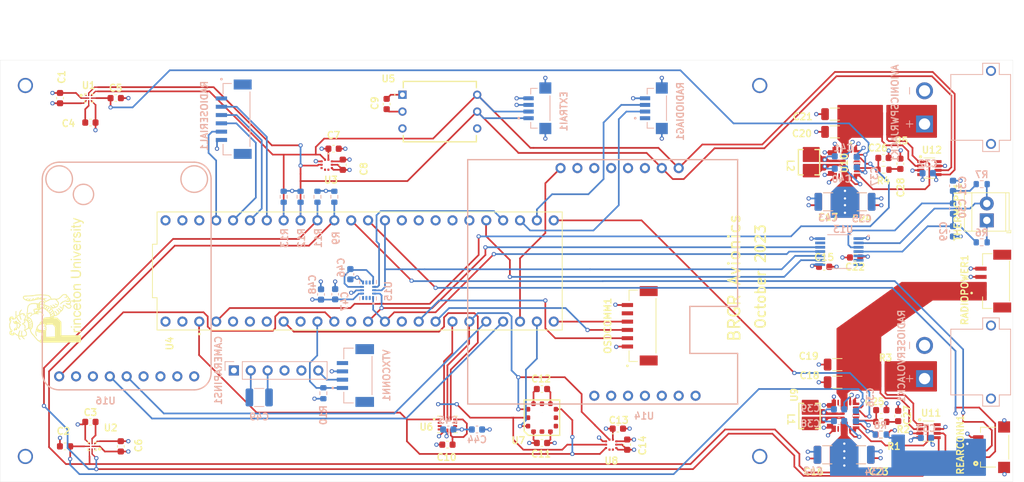
<source format=kicad_pcb>
(kicad_pcb (version 20221018) (generator pcbnew)
  (layers (0 "F.Cu" signal) (1 "In1.Cu" power) (2 "In2.Cu" power) (31 "B.Cu" signal) (34 "B.Paste" user) (35 "F.Paste" user) (36 "B.SilkS" user "B.Silkscreen") (37 "F.SilkS" user "F.Silkscreen") (38 "B.Mask" user) (39 "F.Mask" user) (44 "Edge.Cuts" user))
  (net 0 "")
  (net 1 "+3.3V")
  (net 2 "GND")
  (net 3 "+1V8_1")
  (net 4 "+5V")
  (net 5 "Net-(U1-CRST)")
  (net 6 "Net-(U2-CRST)")
  (net 7 "Net-(U6-RESV_11)")
  (net 8 "Net-(U7-VO-)")
  (net 9 "Net-(U7-VO+)")
  (net 10 "+8V")
  (net 11 "Net-(U9-COMP)")
  (net 12 "Net-(U10-COMP)")
  (net 13 "Net-(C28-Pad1)")
  (net 14 "/SDA0")
  (net 15 "/SCL0")
  (net 16 "Net-(U13-T-)")
  (net 17 "Net-(U13-T+)")
  (net 18 "Net-(U9-LX2)")
  (net 19 "Net-(U9-BST2)")
  (net 20 "Net-(U9-LX1)")
  (net 21 "Net-(U9-BST1)")
  (net 22 "Net-(U10-LX2)")
  (net 23 "Net-(U10-BST2)")
  (net 24 "Net-(U10-LX1)")
  (net 25 "Net-(U10-BST1)")
  (net 26 "Net-(U15-RESV_11)")
  (net 27 "/OUT1B")
  (net 29 "/VoltageCnvrtr1/BATTout")
  (net 31 "Net-(U4-35{slash}TX8)")
  (net 32 "Net-(U4-34-RX8)")
  (net 34 "Net-(U4-20-A6{slash}TX5{slash}LRCLK1)")
  (net 35 "Net-(U4-21-A7{slash}RX5{slash}BCLK1)")
  (net 36 "Net-(U4-22-A8{slash}CTX1)")
  (net 37 "Net-(U4-23-A9{slash}CRX1{slash}MCLK1)")
  (net 38 "Net-(U4-14-A0{slash}TX3{slash}SPDIF_OUT)")
  (net 39 "Net-(U4-15-A1{slash}RX3{slash}SPDIF_IN)")
  (net 46 "/MISO1")
  (net 50 "/SDA1")
  (net 51 "/SCL1")
  (net 53 "Net-(U4-9-OUT1C)")
  (net 55 "/MOSI1")
  (net 56 "/SCK1")
  (net 57 "Net-(U4-28-RX7)")
  (net 58 "Net-(U4-29-TX7)")
  (net 59 "Net-(U14-PPS)")
  (net 60 "/CS_uPress")
  (net 84 "Net-(CAMERAPINS1-Pad6)")
  (net 86 "/RX")
  (net 87 "/TX")
  (net 108 "+1V8_2")
  (net 110 "/VoltageCnvrtr/BATTout")
  (net 111 "Net-(C27-Pad1)")
  (net 112 "/PGOOD_8.4V")
  (net 113 "/VoltageCnvrtr/FB")
  (net 114 "/PGOOD_5V")
  (net 115 "/Thermocouple/T+")
  (net 116 "/Thermocouple/T-")
  (net 117 "/CS_Motion1")
  (net 118 "/MOSI2")
  (net 119 "/MISO2")
  (net 120 "/SCK2")
  (net 121 "/CS_Motion2")
  (net 122 "/CS_Therm")
  (net 123 "/VoltageCnvrtr1/BATTin")
  (net 124 "/VoltageCnvrtr/BATTin")
  (net 125 "/CAMERA")
  (footprint "Capacitor_SMD:C_1210_3225Metric" (layer "F.Cu") (at 199.39 148.336)
    (fp_text reference "C23")
    (fp_text value "22u")
  )
  (footprint "Capacitor_SMD:C_0603_1608Metric" (layer "F.Cu") (at 193.8455 120.015)
    (fp_text reference "C15")
    (fp_text value "0.1u")
  )
  (footprint "Capacitor_SMD:C_0603_1608Metric" (layer "F.Cu") (at 198.501 118.618 180)
    (fp_text reference "C22")
    (fp_text value "0.1u")
  )
  (footprint "Capacitor_SMD:C_0603_1608Metric" (layer "F.Cu") (at 151.384 138.43 180)
    (fp_text reference "C12")
    (fp_text value "1nF")
  )
  (footprint "BRGRavionics:JST_SM04B-SRSS-TB(LF)(SN)Mod" (layer "F.Cu") (at 217.043 147.193 90)
    (fp_text reference "REARCONN1")
    (fp_text value "JST-SH-4")
  )
  (footprint "Capacitor_SMD:C_1206_3216Metric" (layer "F.Cu") (at 195.834 134.747 180)
    (fp_text reference "C19")
    (fp_text value "4.7u")
  )
  (footprint "BRGRavionics:JST_SM06B-GHS-TB_LF__SN_Mod" (layer "F.Cu") (at 166.116 128.905 90)
    (fp_text reference "OSDCOMM1")
    (fp_text value "JST-GH6")
  )
  (footprint "Resistor_SMD:R_0603_1608Metric" (layer "F.Cu") (at 202.438 143.383)
    (fp_text reference "R2")
    (fp_text value "39k")
  )
  (footprint "Capacitor_SMD:C_1206_3216Metric" (layer "F.Cu") (at 195.453 97.028 180)
    (fp_text reference "C21")
    (fp_text value "4.7u")
  )
  (footprint "BRGRavionics:MAX25239" (layer "F.Cu") (at 196.7096 142.4585 -90)
    (fp_text reference "U9")
    (fp_text value "MAX25239AFFA/VY+")
  )
  (footprint "stan:MountingHole_70" (layer "F.Cu") (at 184.15 148.59)
    (fp_text reference "H3" hide)
    (fp_text value "MountingHole" hide)
  )
  (footprint "Capacitor_SMD:C_1206_3216Metric" (layer "F.Cu") (at 195.834 137.414 180)
    (fp_text reference "C18")
    (fp_text value "4.7u")
  )
  (footprint "Capacitor_SMD:C_0603_1608Metric" (layer "F.Cu") (at 164.211 146.812 -90)
    (fp_text reference "C14")
    (fp_text value "0.1u")
  )
  (footprint "Capacitor_SMD:C_0603_1608Metric" (layer "F.Cu") (at 78.867 94.615 -90)
    (fp_text reference "C1")
    (fp_text value "0.1u")
  )
  (footprint "BRGRavionics:SOT23-THN-8" (layer "F.Cu") (at 209.55 144.78)
    (fp_text reference "U11")
    (fp_text value "INA236BIDDFR")
  )
  (footprint "Capacitor_SMD:C_0603_1608Metric" (layer "F.Cu") (at 120.028 102.235)
    (fp_text reference "C7")
    (fp_text value "0.1u")
  )
  (footprint "stan:t_" (layer "F.Cu") (at 77.89694 121.881858 90)
    (fp_text reference "G1" hide)
    (fp_text value "LOGO" hide)
  )
  (footprint "BRGRavionics:L_Bourns_SRP3020CC" (layer "F.Cu") (at 191.643 142.494 -90)
    (fp_text reference "L1")
    (fp_text value "2.2uH")
  )
  (footprint "stan:MountingHole_70" (layer "F.Cu") (at 73.66 92.71)
    (fp_text reference "H2" hide)
    (fp_text value "MountingHole" hide)
  )
  (footprint "Capacitor_SMD:C_1206_3216Metric" (layer "F.Cu") (at 195.453 99.695 180)
    (fp_text reference "C20")
    (fp_text value "4.7u")
  )
  (footprint "BRGRavionics:MPRLS0015PA0000SA" (layer "F.Cu") (at 151.384 142.748 -90)
    (fp_text reference "U7")
    (fp_text value "MPRLS0015PA0000SA")
  )
  (footprint "BRGRavionics:JST_SM04B-GHS-TB_LF__SN_-Mod" (layer "F.Cu") (at 219.71 122.174 90)
    (fp_text reference "RADIOPOWER1")
    (fp_text value "JST-GH4")
  )
  (footprint "Capacitor_SMD:C_0603_1608Metric" (layer "F.Cu") (at 137.16 146.812)
    (fp_text reference "C10")
    (fp_text value "0.01u")
  )
  (footprint "BRGRavionics:L_Bourns_SRP3020CC" (layer "F.Cu") (at 191.5668 104.267 -90)
    (fp_text reference "L2")
    (fp_text value "2.2uH")
  )
  (footprint "BRGRavionics:RESC6432X55N" (layer "F.Cu") (at 202.6945 136.398 180)
    (fp_text reference "R3")
    (fp_text value "0.005")
  )
  (footprint "BRGRavionics:TerminalBlock_TE_282834-2_1x02_P2.54mm_Horizontal" (layer "F.Cu") (at 218.313 113.03 90)
    (fp_text reference "THERMCPL1")
    (fp_text value "2828XX-2282834-2")
  )
  (footprint "BRGRavionics:RESC6432X55N" (layer "F.Cu") (at 202.946 98.501 180)
    (fp_text reference "R5")
    (fp_text value "0.005")
  )
  (footprint "BRGRavionics:MAX25239" (layer "F.Cu") (at 196.85 104.394 -90)
    (fp_text reference "U10")
    (fp_text value "MAX25239AFFA/VY+")
  )
  (footprint "BRGRavionics:ABP2DDAN001PD2A3XX" (layer "F.Cu") (at 130.392 94.107 -90)
    (fp_text reference "U5")
    (fp_text value "ABP2DDAN001PD2A3XX")
  )
  (footprint "Capacitor_SMD:C_0603_1608Metric" (layer "F.Cu") (at 162.801 144.399)
    (fp_text reference "C13")
    (fp_text value "0.1u")
  )
  (footprint "BRGRavionics:BMP581" (layer "F.Cu") (at 161.798 146.812 -90)
    (fp_text reference "U8")
    (fp_text value "BMP581")
  )
  (footprint "Capacitor_SMD:C_0603_1608Metric" (layer "F.Cu") (at 202.769 103.619)
    (fp_text reference "C26")
    (fp_text value "4.7u")
  )
  (footprint "Capacitor_SMD:C_0603_1608Metric" (layer "F.Cu") (at 202.438 141.605)
    (fp_text reference "C25")
    (fp_text value "4.7u")
  )
  (footprint "BRGRavionics:BGA9C40P3X3_128X128X50" (layer "F.Cu") (at 83.693 147.066 180)
    (fp_text reference "U2")
    (fp_text value "BMM350")
  )
  (footprint "Resistor_SMD:R_0603_1608Metric" (layer "F.Cu") (at 202.769 105.397)
    (fp_text reference "R4")
    (fp_text value "39k")
  )
  (footprint "Capacitor_SMD:C_0603_1608Metric" (layer "F.Cu") (at 83.439 98.298 180)
    (fp_text reference "C4")
    (fp_text value "2.2u")
  )
  (footprint "stan:MountingHole_70" (layer "F.Cu") (at 73.66 148.59)
    (fp_text reference "H1" hide)
    (fp_text value "MountingHole" hide)
  )
  (footprint "BRGRavionics:PQFN50P300X250X97-14N" (layer "F.Cu") (at 137.16 143.764)
    (fp_text reference "U6")
    (fp_text value "ICM-42688-P")
  )
  (footprint "Capacitor_SMD:C_1210_3225Metric" (layer "F.Cu") (at 194.31 148.336 180)
    (fp_text reference "C16")
    (fp_text value "22u")
  )
  (footprint "Capacitor_SMD:C_0603_1608Metric" (layer "F.Cu") (at 87.249 94.615)
    (fp_text reference "C5")
    (fp_text value "0.1u")
  )
  (footprint "BRGRavionics:SOT23-THN-8" (layer "F.Cu") (at 209.677 105.156)
    (fp_text reference "U12")
    (fp_text value "INA236BIDDFR")
  )
  (footprint "Capacitor_SMD:C_0603_1608Metric" (layer "F.Cu") (at 79.629 147.066 180)
    (fp_text reference "C2")
    (fp_text value "0.1u")
  )
  (footprint "Capacitor_SMD:C_0603_1608Metric" (layer "F.Cu") (at 128.016 95.504 90)
    (fp_text reference "C9")
    (fp_text value "0.1u")
  )
  (footprint "Capacitor_SMD:C_0603_1608Metric" (layer "F.Cu") (at 204.978 142.494 90)
    (fp_text reference "C27")
    (fp_text value "6n")
  )
  (footprint "BRGRavionics:BMP581" (layer "F.Cu") (at 118.999 104.648 -90)
    (fp_text reference "U3")
    (fp_text value "BMP581")
  )
  (footprint "Capacitor_SMD:C_0603_1608Metric" (layer "F.Cu") (at 121.412 104.648 -90)
    (fp_text reference "C8")
    (fp_text value "0.1u")
  )
  (footprint "Capacitor_SMD:C_0603_1608Metric" (layer "F.Cu") (at 88.011 147.066 90)
    (fp_text reference "C6")
    (fp_text value "0.1u")
  )
  (footprint "Capacitor_SMD:C_0603_1608Metric" (layer "F.Cu") (at 205.309 104.508 90)
    (fp_text reference "C28")
    (fp_text value "6n")
  )
  (footprint "BRGRavionics:BGA9C40P3X3_128X128X50" (layer "F.Cu") (at 83.185 94.615)
    (fp_text reference "U1")
    (fp_text value "BMM350")
  )
  (footprint "Capacitor_SMD:C_0603_1608Metric" (layer "F.Cu") (at 151.384 146.558)
    (fp_text reference "C11")
    (fp_text value "0.1u")
  )
  (footprint "BRGRavionics:MODULE_DEV-16771_v2" (layer "F.Cu") (at 123.952 120.65)
    (fp_text reference "U4")
    (fp_text value "TEENSY41")
  )
  (footprint "Capacitor_SMD:C_1210_3225Metric" (layer "F.Cu") (at 194.437 110.236 180)
    (fp_text reference "C17")
    (fp_text value "22u")
  )
  (footprint "stan:MountingHole_70" (layer "F.Cu") (at 184.15 92.71)
    (fp_text reference "H4" hide)
    (fp_text value "MountingHole" hide)
  )
  (footprint "Capacitor_SMD:C_0603_1608Metric" (layer "F.Cu") (at 83.439 143.383)
    (fp_text reference "C3")
    (fp_text value "2.2u")
  )
  (footprint "Capacitor_SMD:C_1210_3225Metric" (layer "F.Cu") (at 199.517 110.236)
    (fp_text reference "C24")
    (fp_text value "22u")
  )
  (footprint "Resistor_SMD:R_0603_1608Metric" (layer "F.Cu") (at 202.438 145.288)
    (fp_text reference "R1")
    (fp_text value "10k")
  )
  (footprint "Resistor_SMD:R_0603_1608Metric" (layer "B.Cu") (at 117.602 109.474 90)
    (fp_text reference "R11")
    (fp_text value "4.7k")
  )
  (footprint "Capacitor_SMD:C_0603_1608Metric" (layer "B.Cu") (at 198.755 104.267 90)
    (fp_text reference "C37")
    (fp_text value "4.7u")
  )
  (footprint "Capacitor_SMD:C_0603_1608Metric" (layer "B.Cu") (at 209.423 105.918 180)
    (fp_text reference "C32")
    (fp_text value "0.1u")
  )
  (footprint "BRGRavionics:PinHeader_1x06_P2.54mm_Vertical" (layer "B.Cu") (at 105.029 135.636 -90)
    (fp_text reference "CAMERAPINS1")
    (fp_text value "PINHD-1X6")
  )
  (footprint "Capacitor_SMD:C_0603_1608Metric" (layer "B.Cu") (at 137.287 144.526 180)
    (fp_text reference "C45")
    (fp_text value "0.1u")
  )
  (footprint "Capacitor_SMD:C_0603_1608Metric" (layer "B.Cu") (at 196.215 103.378)
    (fp_text reference "C41")
    (fp_text value "0.1u")
  )
  (footprint "Resistor_SMD:R_0603_1608Metric" (layer "B.Cu") (at 112.522 109.474 90)
    (fp_text reference "R13")
    (fp_text value "4.7k")
  )
  (footprint "Capacitor_SMD:C_0603_1608Metric" (layer "B.Cu") (at 213.233 114.681 -90)
    (fp_text reference "C29")
    (fp_text value "0.1u")
  )
  (footprint "Resistor_SMD:R_0603_1608Metric" (layer "B.Cu") (at 217.551 116.332 180)
    (fp_text reference "R6")
    (fp_text value "100")
  )
  (footprint "Capacitor_SMD:C_0603_1608Metric" (layer "B.Cu") (at 120.266831 124.153831 90)
    (fp_text reference "C47")
    (fp_text value "0.1u")
  )
  (footprint "Capacitor_SMD:C_1210_3225Metric" (layer "B.Cu") (at 108.839 139.7)
    (fp_text reference "C49")
    (fp_text value "22u")
  )
  (footprint "Capacitor_SMD:C_0603_1608Metric" (layer "B.Cu") (at 213.233 111.252 90)
    (fp_text reference "C30")
    (fp_text value "0.1u")
  )
  (footprint "Capacitor_SMD:C_0603_1608Metric" (layer "B.Cu") (at 118.139831 124.185831 90)
    (fp_text reference "C48")
    (fp_text value "2.2u")
  )
  (footprint "Capacitor_SMD:C_1210_3225Metric" (layer "B.Cu") (at 194.437 110.236 180)
    (fp_text reference "C43")
    (fp_text value "22u")
  )
  (footprint "Resistor_SMD:R_0603_1608Metric" (layer "B.Cu") (at 115.062 109.474 90)
    (fp_text reference "R12")
    (fp_text value "4.7k")
  )
  (footprint "Capacitor_SMD:C_1210_3225Metric" (layer "B.Cu") (at 199.39 148.336)
    (fp_text reference "C34")
    (fp_text value "22u")
  )
  (footprint "Capacitor_SMD:C_0603_1608Metric" (layer "B.Cu") (at 213.233 107.823 90)
    (fp_text reference "C31")
    (fp_text value "0.1u")
  )
  (footprint "Capacitor_SMD:C_0603_1608Metric" (layer "B.Cu") (at 141.605 144.526)
    (fp_text reference "C44")
    (fp_text value "2.2u")
  )
  (footprint "Resistor_SMD:R_0603_1608Metric" (layer "B.Cu") (at 120.142 109.474 90)
    (fp_text reference "R9")
    (fp_text value "4.7k")
  )
  (footprint "Resistor_SMD:R_0603_1608Metric" (layer "B.Cu") (at 202.3618 145.288 180)
    (fp_text reference "R8")
    (fp_text value "95k")
  )
  (footprint "BRGRavionics:JST_BM04B-SRSS-TB_LF__SN_Mod" (layer "B.Cu") (at 169.418 96.139 90)
    (fp_text reference "RADIODIAG1")
    (fp_text value "JST-SH-4")
  )
  (footprint "Capacitor_SMD:C_0603_1608Metric" (layer "B.Cu") (at 196.215 105.2322)
    (fp_text reference "C40")
    (fp_text value "0.1u")
  )
  (footprint "BRGRavionics:JST_BM04B-SRSS-TB_LF__SN_Mod" (layer "B.Cu") (at 151.892 96.139 90)
    (fp_text reference "EXTRAI1")
    (fp_text value "JST-SH-4")
  )
  (footprint "BRGRavionics:SOP65P640X110-14N" (layer "B.Cu") (at 196.1315 117.729 180)
    (fp_text reference "U13")
    (fp_text value "MAX31856MUD+T")
  )
  (footprint "Capacitor_SMD:C_1210_3225Metric" (layer "B.Cu") (at 194.31 148.336 180)
    (fp_text reference "C42")
    (fp_text value "22u")
  )
  (footprint "BRGRavionics:AMASS_XT30PW-M" (layer "B.Cu") (at 218.948 134.366 90)
    (fp_text reference "RADIOSERVOJACK1")
    (fp_text value "XT30")
  )
  (footprint "BRGRavionics:Adafruit_Ultimate_GPS" (layer "B.Cu") (at 78.74 136.525 180)
    (fp_text reference "U16")
    (fp_text value "ADAFRUITULTIMATEGPSV3")
  )
  (footprint "Capacitor_SMD:C_0603_1608Metric" (layer "B.Cu") (at 122.552831 121.137831 90)
    (fp_text reference "C46")
    (fp_text value "0.01u")
  )
  (footprint "BRGRavionics:JST_SM06B-GHS-TB_LF__SN_Mod" (layer "B.Cu") (at 105.029 97.79 -90)
    (fp_text reference "RADIOSERIAL1")
    (fp_text value "JST-GH6")
  )
  (footprint "Capacitor_SMD:C_0603_1608Metric" (layer "B.Cu") (at 209.169 145.796 180)
    (fp_text reference "C33")
    (fp_text value "0.1u")
  )
  (footprint "BRGRavionics:PQFN50P300X250X97-14N" (layer "B.Cu") (at 125.219831 123.550831 90)
    (fp_text reference "U15")
    (fp_text value "ICM-42688-P")
  )
  (footprint "Capacitor_SMD:C_0603_1608Metric" (layer "B.Cu") (at 198.628 142.494 -90)
    (fp_text reference "C36")
    (fp_text value "4.7u")
  )
  (footprint "Capacitor_SMD:C_0603_1608Metric" (layer "B.Cu") (at 196.088 143.256)
    (fp_text reference "C38")
    (fp_text value "0.1u")
  )
  (footprint "Resistor_SMD:R_0603_1608Metric" (layer "B.Cu") (at 217.551 107.569 180)
    (fp_text reference "R7")
    (fp_text value "100")
  )
  (footprint "BRGRavionics:JST_BM04B-GHS-TBT(LF)(SN)(N)" (layer "B.Cu") (at 124.714 136.398 -90)
    (fp_text reference "VTXCONN1")
    (fp_text value "JST-GH4")
  )
  (footprint "Capacitor_SMD:C_0603_1608Metric" (layer "B.Cu") (at 196.088 141.478)
    (fp_text reference "C39")
    (fp_text value "0.1u")
  )
  (footprint "Resistor_SMD:R_0603_1608Metric" (layer "B.Cu") (at 118.491 139.065 90)
    (fp_text reference "R10")
    (fp_text value "4.7k")
  )
  (footprint "BRGRavionics:AMASS_XT30PW-M" (layer "B.Cu") (at 218.948 96.012 90)
    (fp_text reference "AVIONICSPWRJACK1")
    (fp_text value "XT30")
  )
  (footprint "BRGRavionics:SparkFun_GPS" (layer "B.Cu") (at 159.258 139.446)
    (fp_text reference "U14")
    (fp_text value "SPARKFUNM9N")
  )
  (footprint "Capacitor_SMD:C_1210_3225Metric" (layer "B.Cu") (at 199.517 110.236)
    (fp_text reference "C35")
    (fp_text value "22u")
  )
  (gr_line (start 222.25 88.9) (end 69.85 88.9) (stroke (width 0.0254)) (layer "Edge.Cuts"))
  (gr_line (start 69.85 152.4) (end 222.25 152.4) (stroke (width 0.0254)) (layer "Edge.Cuts"))
  (gr_line (start 222.25 152.4) (end 222.25 88.9) (stroke (width 0.0254)) (layer "Edge.Cuts"))
  (gr_line (start 69.85 88.9) (end 69.85 152.4) (stroke (width 0.0254)) (layer "Edge.Cuts"))
  (gr_text "BRGR Avionics" (at 181.356 131.445 90) (layer "F.SilkS") (effects (font (size 1.778 1.778) (thickness 0.254) bold) (justify left bottom)))
  (gr_text "October 2023" (at 185.166 129.54 90) (layer "F.SilkS") (effects (font (size 1.524 1.524) (thickness 0.254) bold) (justify left bottom)))
  (segment (start 78.867 95.39) (end 77.737 95.39) (width 0.254) (layer "F.Cu") (net 1))
  (segment (start 192.024 119.888) (end 192.9435 119.888) (width 0.254) (layer "F.Cu") (net 1))
  (segment (start 128.384 96.647) (end 130.392 96.647) (width 0.254) (layer "F.Cu") (net 1))
  (segment (start 119.774 104.148) (end 121.137 104.148) (width 0.254) (layer "F.Cu") (net 1))
  (segment (start 206.883 146.177) (end 207.2894 145.7706) (width 0.254) (layer "F.Cu") (net 1))
  (segment (start 78.867 95.39) (end 82.042 95.39) (width 0.254) (layer "F.Cu") (net 1))
  (segment (start 84.455 146.304) (end 84.823 146.304) (width 0.19812) (layer "F.Cu") (net 1))
  (segment (start 161.01535 144.39065) (end 162.01765 144.39065) (width 0.254) (layer "F.Cu") (net 1))
  (segment (start 208.661 106.908) (end 208.648 106.921) (width 0.254) (layer "F.Cu") (net 1))
  (segment (start 119.249 103.898) (end 119.249 102.239) (width 0.254) (layer "F.Cu") (net 1))
  (segment (start 119.249 102.239) (end 119.253 102.235) (width 0.254) (layer "F.Cu") (net 1))
  (segment (start 138.325 144.514) (end 139.307 144.514) (width 0.254) (layer "F.Cu") (net 1))
  (segment (start 163.94435 146.30365) (end 164.211 146.037) (width 0.254) (layer "F.Cu") (net 1))
  (segment (start 162.55235 146.30365) (end 163.94435 146.30365) (width 0.254) (layer "F.Cu") (net 1))
  (segment (start 207.2894 145.7706) (end 208.2231 145.7706) (width 0.254) (layer "F.Cu") (net 1))
  (segment (start 199.403 118.491) (end 199.276 118.618) (width 0.254) (layer "F.Cu") (net 1))
  (segment (start 139.307 144.514) (end 139.319 144.526) (width 0.254) (layer "F.Cu") (net 1))
  (segment (start 136.66 144.772) (end 135.89 145.542) (width 0.254) (layer "F.Cu") (net 1))
  (segment (start 82.055 95.377) (end 82.042 95.39) (width 0.19812) (layer "F.Cu") (net 1))
  (segment (start 136.385 146.812) (end 135.509 146.812) (width 0.254) (layer "F.Cu") (net 1))
  (segment (start 208.493 106.131) (end 208.661 106.299) (width 0.254) (layer "F.Cu") (net 1))
  (segment (start 200.406 118.491) (end 199.403 118.491) (width 0.254) (layer "F.Cu") (net 1))
  (segment (start 82.423 95.377) (end 82.055 95.377) (width 0.19812) (layer "F.Cu") (net 1))
  (segment (start 82.785 95.015) (end 82.423 95.377) (width 0.19812) (layer "F.Cu") (net 1))
  (segment (start 162.048 146.062) (end 162.048 144.421) (width 0.254) (layer "F.Cu") (net 1))
  (segment (start 136.66 144.679) (end 136.66 144.772) (width 0.254) (layer "F.Cu") (net 1))
  (segment (start 84.823 146.304) (end 84.836 146.291) (width 0.19812) (layer "F.Cu") (net 1))
  (segment (start 88.011 146.291) (end 84.836 146.291) (width 0.254) (layer "F.Cu") (net 1))
  (segment (start 208.661 106.299) (end 208.661 106.908) (width 0.254) (layer "F.Cu") (net 1))
  (segment (start 150.114 146.063) (end 150.609 146.558) (width 0.254) (layer "F.Cu") (net 1))
  (segment (start 121.137 104.148) (end 121.412 103.873) (width 0.254) (layer "F.Cu") (net 1))
  (segment (start 164.211 146.037) (end 165.214 146.037) (width 0.254) (layer "F.Cu") (net 1))
  (segment (start 162.048 144.421) (end 162.026 144.399) (width 0.254) (layer "F.Cu") (net 1))
  (segment (start 192.9435 119.888) (end 193.0705 120.015) (width 0.254) (layer "F.Cu") (net 1))
  (segment (start 121.412 103.873) (end 122.428 103.873) (width 0.254) (layer "F.Cu") (net 1))
  (segment (start 88.011 146.291) (end 89.141 146.291) (width 0.254) (layer "F.Cu") (net 1))
  (segment (start 119.253 102.235) (end 118.237 102.235) (width 0.254) (layer "F.Cu") (net 1))
  (segment (start 84.093 146.666) (end 84.455 146.304) (width 0.19812) (layer "F.Cu") (net 1))
  (segment (start 208.4272 106.131) (end 208.493 106.131) (width 0.254) (layer "F.Cu") (net 1))
  (segment (start 128.016 96.279) (end 128.384 96.647) (width 0.254) (layer "F.Cu") (net 1))
  (segment (start 150.609 146.558) (end 149.479 146.558) (width 0.254) (layer "F.Cu") (net 1))
  (segment (start 150.114 144.8435) (end 150.114 146.063) (width 0.254) (layer "F.Cu") (net 1))
  (via (at 161.01535 144.39065) (size 0.635) (drill 0.3556) (layers "F.Cu" "B.Cu") (net 1))
  (via (at 147.574 95.639) (size 0.635) (drill 0.3556) (layers "F.Cu" "B.Cu") (net 1))
  (via (at 206.883 146.177) (size 0.635) (drill 0.3556) (layers "F.Cu" "B.Cu") (net 1))
  (via (at 135.509 146.812) (size 0.635) (drill 0.3556) (layers "F.Cu" "B.Cu") (net 1))
  (via (at 139.319 144.526) (size 0.635) (drill 0.3556) (layers "F.Cu" "B.Cu") (net 1))
  (via (at 122.428 103.873) (size 0.635) (drill 0.3556) (layers "F.Cu" "B.Cu") (net 1))
  (via (at 149.479 146.558) (size 0.635) (drill 0.3556) (layers "F.Cu" "B.Cu") (net 1))
  (via (at 116.837831 124.947831) (size 0.635) (drill 0.3556) (layers "F.Cu" "B.Cu") (net 1))
  (via (at 192.024 119.888) (size 0.635) (drill 0.3556) (layers "F.Cu" "B.Cu") (net 1))
  (via (at 113.792 108.585) (size 0.635) (drill 0.3556) (layers "F.Cu" "B.Cu") (net 1))
  (via (at 200.406 118.491) (size 0.635) (drill 0.3556) (layers "F.Cu" "B.Cu") (net 1))
  (via (at 118.872 108.585) (size 0.635) (drill 0.3556) (layers "F.Cu" "B.Cu") (net 1))
  (via (at 123.568831 121.645831) (size 0.635) (drill 0.3556) (layers "F.Cu" "B.Cu") (net 1))
  (via (at 135.89 145.542) (size 0.635) (drill 0.3556) (layers "F.Cu" "B.Cu") (net 1))
  (via (at 208.648 106.921) (size 0.635) (drill 0.3556) (layers "F.Cu" "B.Cu") (net 1))
  (via (at 118.237 102.235) (size 0.635) (drill 0.3556) (layers "F.Cu" "B.Cu") (net 1))
  (via (at 165.227 146.05) (size 0.635) (drill 0.3556) (layers "F.Cu" "B.Cu") (net 1))
  (via (at 89.141 146.291) (size 0.635) (drill 0.3556) (layers "F.Cu" "B.Cu") (net 1))
  (via (at 77.737 95.39) (size 0.635) (drill 0.3556) (layers "F.Cu" "B.Cu") (net 1))
  (segment (start 123.568831 121.645831) (end 123.729831 121.645831) (width 0.254) (layer "B.Cu") (net 1))
  (segment (start 114.998 108.585) (end 115.062 108.649) (width 0.254) (layer "B.Cu") (net 1))
  (segment (start 120.078 108.585) (end 120.142 108.649) (width 0.254) (layer "B.Cu") (net 1))
  (segment (start 113.792 108.585) (end 112.586 108.585) (width 0.254) (layer "B.Cu") (net 1))
  (segment (start 112.586 108.585) (end 112.522 108.649) (width 0.254) (layer "B.Cu") (net 1))
  (segment (start 123.828633 124.072831) (end 124.316831 124.072831) (width 0.254) (layer "B.Cu") (net 1))
  (segment (start 113.792 108.585) (end 114.998 108.585) (width 0.254) (layer "B.Cu") (net 1))
  (segment (start 200.294 118.379) (end 200.406 118.491) (width 0.254) (layer "B.Cu") (net 1))
  (segment (start 123.729831 121.645831) (end 124.469831 122.385831) (width 0.254) (layer "B.Cu") (net 1))
  (segment (start 206.883 146.177) (end 207.264 145.796) (width 0.254) (layer "B.Cu") (net 1))
  (segment (start 117.602 108.649) (end 117.666 108.585) (width 0.254) (layer "B.Cu") (net 1))
  (segment (start 192.233 119.679) (end 192.024 119.888) (width 0.254) (layer "B.Cu") (net 1))
  (segment (start 193.2465 119.679) (end 192.233 119.679) (width 0.254) (layer "B.Cu") (net 1))
  (segment (start 122.819831 121.645831) (end 122.552831 121.912831) (width 0.254) (layer "B.Cu") (net 1))
  (segment (start 208.648 105.918) (end 208.648 106.921) (width 0.254) (layer "B.Cu") (net 1))
  (segment (start 117.666 108.585) (end 118.872 108.585) (width 0.254) (layer "B.Cu") (net 1))
  (segment (start 120.266831 124.928831) (end 122.972633 124.928831) (width 0.254) (layer "B.Cu") (net 1))
  (segment (start 122.972633 124.928831) (end 123.828633 124.072831) (width 0.254) (layer "B.Cu") (net 1))
  (segment (start 147.574 95.639) (end 149.367 95.639) (width 0.254) (layer "B.Cu") (net 1))
  (segment (start 207.264 145.796) (end 208.394 145.796) (width 0.254) (layer "B.Cu") (net 1))
  (segment (start 118.126831 124.947831) (end 118.139831 124.960831) (width 0.254) (layer "B.Cu") (net 1))
  (segment (start 118.872 108.585) (end 120.078 108.585) (width 0.254) (layer "B.Cu") (net 1))
  (segment (start 116.837831 124.947831) (end 118.126831 124.947831) (width 0.254) (layer "B.Cu") (net 1))
  (segment (start 120.234831 124.960831) (end 120.266831 124.928831) (width 0.254) (layer "B.Cu") (net 1))
  (segment (start 123.568831 121.645831) (end 122.819831 121.645831) (width 0.254) (layer "B.Cu") (net 1))
  (segment (start 139.319 144.526) (end 138.062 144.526) (width 0.254) (layer "B.Cu") (net 1))
  (segment (start 199.0165 118.379) (end 200.294 118.379) (width 0.254) (layer "B.Cu") (net 1))
  (segment (start 140.83 144.526) (end 139.319 144.526) (width 0.254) (layer "B.Cu") (net 1))
  (segment (start 118.139831 124.960831) (end 120.234831 124.960831) (width 0.254) (layer "B.Cu") (net 1))
  (segment (start 84.093 147.066) (end 84.836 147.066) (width 0.19812) (layer "F.Cu") (net 2))
  (segment (start 210.9268 104.831) (end 212.034 104.831) (width 0.254) (layer "F.Cu") (net 2))
  (segment (start 215.924 145.693) (end 215.392 145.161) (width 0.254) (layer "F.Cu") (net 2))
  (segment (start 82.785 94.615) (end 82.042 94.615) (width 0.19812) (layer "F.Cu") (net 2))
  (segment (start 201.295 110.744) (end 202.438 110.744) (width 0.254) (layer "F.Cu") (net 2))
  (segment (start 118.224 104.148) (end 117.388 104.148) (width 0.254) (layer "F.Cu") (net 2))
  (segment (start 162.483 125.78) (end 162.433 125.73) (width 0.254) (layer "F.Cu") (net 2))
  (segment (start 82.283 143.764) (end 82.664 143.383) (width 0.254) (layer "F.Cu") (net 2))
  (segment (start 200.992 110.236) (end 200.992 110.441) (width 0.254) (layer "F.Cu") (net 2))
  (segment (start 121.399 105.41) (end 121.412 105.423) (width 0.254) (layer "F.Cu") (net 2))
  (segment (start 205.309 102.539) (end 205.359 102.489) (width 0.254) (layer "F.Cu") (net 2))
  (segment (start 78.867 93.84) (end 81.267 93.84) (width 0.254) (layer "F.Cu") (net 2))
  (segment (start 200.992 110.441) (end 201.295 110.744) (width 0.254) (layer "F.Cu") (net 2))
  (segment (start 198.41195 139.9932) (end 198.87095 139.5342) (width 0.254) (layer "F.Cu") (net 2))
  (segment (start 160.52765 146.30365) (end 161.00235 146.30365) (width 0.254) (layer "F.Cu") (net 2))
  (segment (start 159.9692 145.7452) (end 160.52765 146.30365) (width 0.254) (layer "F.Cu") (net 2))
  (segment (start 210.8663 144.455) (end 211.78 144.455) (width 0.254) (layer "F.Cu") (net 2))
  (segment (start 84.201 99.441) (end 84.214 99.428) (width 0.254) (layer "F.Cu") (net 2))
  (segment (start 198.55 101.932) (end 199.009 101.473) (width 0.254) (layer "F.Cu") (net 2))
  (segment (start 194.672 106.172) (end 194.85 105.994) (width 0.254) (layer "F.Cu") (net 2))
  (segment (start 193.978 99.695) (end 192.659 99.695) (width 0.254) (layer "F.Cu") (net 2))
  (segment (start 119.774 104.648) (end 120.637 104.648) (width 0.254) (layer "F.Cu") (net 2))
  (segment (start 119.774 105.169) (end 120.015 105.41) (width 0.254) (layer "F.Cu") (net 2))
  (segment (start 194.5338 144.2578) (end 194.7118 144.0798) (width 0.254) (layer "F.Cu") (net 2))
  (segment (start 208.2335 145.1102) (end 206.9592 145.1102) (width 0.254) (layer "F.Cu") (net 2))
  (segment (start 193.929 106.172) (end 194.672 106.172) (width 0.254) (layer "F.Cu") (net 2))
  (segment (start 193.7908 144.2578) (end 194.5338 144.2578) (width 0.254) (layer "F.Cu") (net 2))
  (segment (start 120.015 105.41) (end 121.399 105.41) (width 0.254) (layer "F.Cu") (net 2))
  (segment (start 193.9546 102.794) (end 193.9544 102.7938) (width 0.254) (layer "F.Cu") (net 2))
  (segment (start 194.359 134.747) (end 193.0418 134.747) (width 0.254) (layer "F.Cu") (net 2))
  (segment (start 201.1934 148.844) (end 202.3364 148.844) (width 0.254) (layer "F.Cu") (net 2))
  (segment (start 195.45 102.494) (end 195.45 101.50188) (width 0.254) (layer "F.Cu") (net 2))
  (segment (start 192.962 110.314) (end 192.532 110.744) (width 0.254) (layer "F.Cu") (net 2))
  (segment (start 208.4272 105.481) (end 207.193 105.481) (width 0.254) (layer "F.Cu") (net 2))
  (segment (start 197.726 118.618) (end 196.596 118.618) (width 0.254) (layer "F.Cu") (net 2))
  (segment (start 220.95 144.393) (end 220.95 143.159) (width 0.254) (layer "F.Cu") (net 2))
  (segment (start 164.241 125.78) (end 162.483 125.78) (width 0.254) (layer "F.Cu") (net 2))
  (segment (start 78.854 147.066) (end 78.854 145.809) (width 0.254) (layer "F.Cu") (net 2))
  (segment (start 81.534 143.764) (end 82.283 143.764) (width 0.254) (layer "F.Cu") (net 2))
  (segment (start 217.075 145.693) (end 215.924 145.693) (width 0.254) (layer "F.Cu") (net 2))
  (segment (start 120.637 104.648) (end 121.412 105.423) (width 0.254) (layer "F.Cu") (net 2))
  (segment (start 163.42765 146.80365) (end 164.211 147.587) (width 0.254) (layer "F.Cu") (net 2))
  (segment (start 82.664 143.383) (end 82.664 146.05) (width 0.254) (layer "F.Cu") (net 2))
  (segment (start 204.978 141.719) (end 204.978 140.589) (width 0.254) (layer "F.Cu") (net 2))
  (segment (start 215.9 120.289) (end 217.424 120.289) (width 0.254) (layer "F.Cu") (net 2))
  (segment (start 121.412 105.423) (end 122.542 105.423) (width 0.254) (layer "F.Cu") (net 2))
  (segment (start 192.962 110.236) (end 192.962 110.314) (width 0.254) (layer "F.Cu") (net 2))
  (segment (start 83.185 94.615) (end 82.785 94.615) (width 0.19812) (layer "F.Cu") (net 2))
  (segment (start 195.3118 140.5798) (end 195.3118 139.58768) (width 0.254) (layer "F.Cu") (net 2))
  (segment (start 137.16 144.679) (end 137.16 145.415) (width 0.254) (layer "F.Cu") (net 2))
  (segment (start 194.564 107.315) (end 195.45 106.429) (width 0.254) (layer "F.Cu") (net 2))
  (segment (start 84.214 98.298) (end 84.214 95.631) (width 0.254) (layer "F.Cu") (net 2))
  (segment (start 83.293 146.666) (end 82.677 146.05) (width 0.19812) (layer "F.Cu") (net 2))
  (segment (start 152.159 146.558) (end 153.289 146.558) (width 0.254) (layer "F.Cu") (net 2))
  (segment (start 120.803 102.235) (end 121.793 102.235) (width 0.254) (layer "F.Cu") (net 2))
  (segment (start 162.55235 146.80365) (end 163.42765 146.80365) (width 0.254) (layer "F.Cu") (net 2))
  (segment (start 220.95 151.227) (end 220.98 151.257) (width 0.254) (layer "F.Cu") (net 2))
  (segment (start 203.898 144.653) (end 203.263 145.288) (width 0.254) (layer "F.Cu") (net 2))
  (segment (start 152.654 144.8435) (end 152.654 146.063) (width 0.254) (layer "F.Cu") (net 2))
  (segment (start 119.774 105.148) (end 119.774 105.169) (width 0.254) (layer "F.Cu") (net 2))
  (segment (start 194.4258 145.4008) (end 195.3118 144.5148) (width 0.254) (layer "F.Cu") (net 2))
  (segment (start 203.213 140.602) (end 203.213 141.605) (width 0.254) (layer "F.Cu") (net 2))
  (segment (start 198.55 102.494) (end 198.55 101.932) (width 0.254) (layer "F.Cu") (net 2))
  (segment (start 195.3118 139.58768) (end 195.3148 139.58468) (width 0.254) (layer "F.Cu") (net 2))
  (segment (start 203.2 140.589) (end 203.213 140.602) (width 0.254) (layer "F.Cu") (net 2))
  (segment (start 137.16 145.415) (end 137.032842 145.542158) (width 0.254) (layer "F.Cu") (net 2))
  (segment (start 84.201 95.631) (end 84.214 95.631) (width 0.19812) (layer "F.Cu") (net 2))
  (segment (start 193.8164 140.8798) (end 193.8162 140.8796) (width 0.254) (layer "F.Cu") (net 2))
  (segment (start 204.47 144.653) (end 203.898 144.653) (width 0.254) (layer "F.Cu") (net 2))
  (segment (start 88.011 147.841) (end 89.141 147.841) (width 0.254) (layer "F.Cu") (net 2))
  (segment (start 192.405 148.8948) (end 191.389 148.8948) (width 0.254) (layer "F.Cu") (net 2))
  (segment (start 117.388 104.148) (end 117.356 104.116) (width 0.254) (layer "F.Cu") (net 2))
  (segment (start 207.193 105.481) (end 207.137 105.537) (width 0.254) (layer "F.Cu") (net 2))
  (segment (start 194.85 102.794) (end 193.9546 102.794) (width 0.254) (layer "F.Cu") (net 2))
  (segment (start 78.854 145.809) (end 78.867 145.796) (width 0.254) (layer "F.Cu") (net 2))
  (segment (start 206.9592 145.1102) (end 206.883 145.034) (width 0.254) (layer "F.Cu") (net 2))
  (segment (start 88.011 147.841) (end 85.611 147.841) (width 0.254) (layer "F.Cu") (net 2))
  (segment (start 212.034 104.831) (end 212.043548 104.821452) (width 0.254) (layer "F.Cu") (net 2))
  (segment (start 220.95 149.993) (end 220.95 151.227) (width 0.254) (layer "F.Cu") (net 2))
  (segment (start 205.309 103.733) (end 205.309 102.539) (width 0.254) (layer "F.Cu") (net 2))
  (segment (start 212.043548 104.821452) (end 212.024452 104.821452) (width 0.254) (layer "F.Cu") (net 2))
  (segment (start 128.638 94.107) (end 130.392 94.107) (width 0.254) (layer "F.Cu") (net 2))
  (segment (start 194.359 137.414) (end 193.0418 137.414) (width 0.254) (layer "F.Cu") (net 2))
  (segment (start 128.016 94.729) (end 128.638 94.107) (width 0.254) (layer "F.Cu") (net 2))
  (segment (start 192.835 148.3868) (end 192.835 148.4648) (width 0.254) (layer "F.Cu") (net 2))
  (segment (start 78.867 93.84) (end 77.737 93.84) (width 0.254) (layer "F.Cu") (net 2))
  (segment (start 200.8904 148.541) (end 201.1934 148.844) (width 0.254) (layer "F.Cu") (net 2))
  (segment (start 152.654 146.063) (end 152.159 146.558) (width 0.254) (layer "F.Cu") (net 2))
  (segment (start 194.6205 120.015) (end 195.707 120.015) (width 0.254) (layer "F.Cu") (net 2))
  (segment (start 88.024 94.615) (end 89.154 94.615) (width 0.254) (layer "F.Cu") (net 2))
  (segment (start 162.8227 147.574) (end 162.55235 147.30365) (width 0.254) (layer "F.Cu") (net 2))
  (segment (start 195.45 106.429) (end 195.45 106.194) (width 0.254) (layer "F.Cu") (net 2))
  (segment (start 83.693 147.066) (end 84.093 147.066) (width 0.19812) (layer "F.Cu") (net 2))
  (segment (start 195.3118 144.5148) (end 195.3118 144.2798) (width 0.254) (layer "F.Cu") (net 2))
  (segment (start 165.24 147.574) (end 162.8227 147.574) (width 0.254) (layer "F.Cu") (net 2))
  (segment (start 82.677 146.05) (end 82.664 146.05) (width 0.19812) (layer "F.Cu") (net 2))
  (segment (start 119.782 105.156) (end 119.774 105.148) (width 0.254) (layer "F.Cu") (net 2))
  (segment (start 164.57135 144.39065) (end 163.58435 144.39065) (width 0.254) (layer "F.Cu") (net 2))
  (segment (start 203.544 103.619) (end 203.544 102.526) (width 0.254) (layer "F.Cu") (net 2))
  (segment (start 84.214 99.428) (end 84.214 98.298) (width 0.254) (layer "F.Cu") (net 2))
  (segment (start 198.41195 140.5552) (end 198.41195 139.9932) (width 0.254) (layer "F.Cu") (net 2))
  (segment (start 217.424 121.539) (end 215.9 121.539) (width 0.254) (layer "F.Cu") (net 2))
  (segment (start 192.835 148.4648) (end 192.405 148.8948) (width 0.254) (layer "F.Cu") (net 2))
  (segment (start 192.532 110.744) (end 191.516 110.744) (width 0.254) (layer "F.Cu") (net 2))
  (segment (start 211.78 144.455) (end 212.09 144.145) (width 0.254) (layer "F.Cu") (net 2))
  (segment (start 85.611 147.841) (end 84.836 147.066) (width 0.254) (layer "F.Cu") (net 2))
  (segment (start 81.267 93.84) (end 82.042 94.615) (width 0.254) (layer "F.Cu") (net 2))
  (segment (start 193.978 97.028) (end 192.659 97.028) (width 0.254) (layer "F.Cu") (net 2))
  (segment (start 83.585 95.015) (end 84.201 95.631) (width 0.19812) (layer "F.Cu") (net 2))
  (segment (start 194.7118 140.8798) (end 193.8164 140.8798) (width 0.254) (layer "F.Cu") (net 2))
  (segment (start 200.8904 148.336) (end 200.8904 148.541) (width 0.254) (layer "F.Cu") (net 2))
  (via (at 195.3148 139.58468) (size 0.635) (drill 0.3556) (layers "F.Cu" "B.Cu") (net 2))
  (via (at 77.737 93.84) (size 0.635) (drill 0.3556) (layers "F.Cu" "B.Cu") (net 2))
  (via (at 81.534 143.764) (size 0.635) (drill 0.3556) (layers "F.Cu" "B.Cu") (net 2))
  (via (at 206.883 145.034) (size 0.635) (drill 0.3556) (layers "F.Cu" "B.Cu") (net 2))
  (via (at 102.489 102.235) (size 0.635) (drill 0.3556) (layers "F.Cu" "B.Cu") (net 2))
  (via (at 215.9 120.289) (size 0.635) (drill 0.3556) (layers "F.Cu" "B.Cu") (net 2))
  (via (at 89.154 94.615) (size 0.635) (drill 0.3556) (layers "F.Cu" "B.Cu") (net 2))
  (via (at 143.51 144.526) (size 0.635) (drill 0.3556) (layers "F.Cu" "B.Cu") (net 2))
  (via (at 200.406 115.697) (size 0.635) (drill 0.3556) (layers "F.Cu" "B.Cu") (net 2))
  (via (at 151.892 91.567) (size 0.635) (drill 0.3556) (layers "F.Cu" "B.Cu") (net 2))
  (via (at 212.024452 104.821452) (size 0.635) (drill 0.3556) (layers "F.Cu" "B.Cu") (net 2))
  (via (at 169.418 100.711) (size 0.635) (drill 0.3556) (layers "F.Cu" "B.Cu") (net 2))
  (via (at 120.266831 122.248831) (size 0.635) (drill 0.3556) (layers "F.Cu" "B.Cu") (net 2))
  (via (at 164.57135 144.39065) (size 0.635) (drill 0.3556) (layers "F.Cu" "B.Cu") (net 2))
  (via (at 202.3364 148.844) (size 0.635) (drill 0.3556) (layers "F.Cu" "B.Cu") (net 2))
  (via (at 169.418 91.568) (size 0.635) (drill 0.3556) (layers "F.Cu" "B.Cu") (net 2))
  (via (at 193.7908 140.8796) (size 0.635) (drill 0.3556) (layers "F.Cu" "B.Cu") (net 2))
  (via (at 220.95 143.159) (size 0.635) (drill 0.3556) (layers "F.Cu" "B.Cu") (net 2))
  (via (at 193.0418 134.747) (size 0.635) (drill 0.3556) (layers "F.Cu" "B.Cu") (net 2))
  (via (at 84.201 99.441) (size 0.635) (drill 0.3556) (layers "F.Cu" "B.Cu") (net 2))
  (via (at 191.389 147.8788) (size 0.635) (drill 0.3556) (layers "F.Cu" "B.Cu") (net 2))
  (via (at 147.574 94.639) (size 0.635) (drill 0.3556) (layers "F.Cu" "B.Cu") (net 2))
  (via (at 122.679831 123.931831) (size 0.635) (drill 0.3556) (layers "F.Cu" "B.Cu") (net 2))
  (via (at 195.453 101.49888) (size 0.635) (drill 0.3556) (layers "F.Cu" "B.Cu") (net 2))
  (via (at 193.7908 144.2578) (size 0.635) (drill 0.3556) (layers "F.Cu" "B.Cu") (net 2))
  (via (at 198.87095 139.5342) (size 0.635) (drill 0.3556) (layers "F.Cu" "B.Cu") (net 2))
  (via (at 151.892 100.711) (size 0.635) (drill 0.3556) (layers "F.Cu" "B.Cu") (net 2))
  (via (at 195.707 120.015) (size 0.635) (drill 0.3556) (layers "F.Cu" "B.Cu") (net 2))
  (via (at 162.433 125.73) (size 0.635) (drill 0.3556) (layers "F.Cu" "B.Cu") (net 2))
  (via (at 191.389 148.8948) (size 0.635) (drill 0.3556) (layers "F.Cu" "B.Cu") (net 2))
  (via (at 200.533 143.891) (size 0.635) (drill 0.3556) (layers "F.Cu" "B.Cu") (net 2))
  (via (at 121.793 102.235) (size 0.635) (drill 0.3556) (layers "F.Cu" "B.Cu") (net 2))
  (via (at 137.032265 145.542158) (size 0.635) (drill 0.3556) (layers "F.Cu" "B.Cu") (net 2))
  (via (at 204.978 140.589) (size 0.635) (drill 0.3556) (layers "F.Cu" "B.Cu") (net 2))
  (via (at 212.09 144.145) (size 0.635) (drill 0.3556) (layers "F.Cu" "B.Cu") (net 2))
  (via (at 215.9 121.539) (size 0.635) (drill 0.3556) (layers "F.Cu" "B.Cu") (net 2))
  (via (at 202.3364 147.828) (size 0.635) (drill 0.3556) (layers "F.Cu" "B.Cu") (net 2))
  (via (at 205.359 102.489) (size 0.635) (drill 0.3556) (layers "F.Cu" "B.Cu") (net 2))
  (via (at 165.1 94.639) (size 0.635) (drill 0.3556) (layers "F.Cu" "B.Cu") (net 2))
  (via (at 192.659 97.028) (size 0.635) (drill 0.3556) (layers "F.Cu" "B.Cu") (net 2))
  (via (at 215.392 145.161) (size 0.635) (drill 0.3556) (layers "F.Cu" "B.Cu") (net 2))
  (via (at 196.596 118.618) (size 0.635) (drill 0.3556) (layers "F.Cu" "B.Cu") (net 2))
  (via (at 191.516 110.744) (size 0.635) (drill 0.3556) (layers "F.Cu" "B.Cu") (net 2))
  (via (at 89.141 147.841) (size 0.635) (drill 0.3556) (layers "F.Cu" "B.Cu") (net 2))
  (via (at 203.2 140.589) (size 0.635) (drill 0.3556) (layers "F.Cu" "B.Cu") (net 2))
  (via (at 193.0418 137.414) (size 0.635) (drill 0.3556) (layers "F.Cu" "B.Cu") (net 2))
  (via (at 214.376 115.443) (size 0.635) (drill 0.3556) (layers "F.Cu" "B.Cu") (net 2))
  (via (at 207.137 105.537) (size 0.635) (drill 0.3556) (layers "F.Cu" "B.Cu") (net 2))
  (via (at 203.544 102.526) (size 0.635) (drill 0.3556) (layers "F.Cu" "B.Cu") (net 2))
  (via (at 153.289 146.558) (size 0.635) (drill 0.3556) (layers "F.Cu" "B.Cu") (net 2))
  (via (at 117.158 139.89) (size 0.635) (drill 0.3556) (layers "F.Cu" "B.Cu") (net 2))
  (via (at 199.009 101.473) (size 0.635) (drill 0.3556) (layers "F.Cu" "B.Cu") (net 2))
  (via (at 193.929 102.7938) (size 0.635) (drill 0.3556) (layers "F.Cu" "B.Cu") (net 2))
  (via (at 202.438 110.744) (size 0.635) (drill 0.3556) (layers "F.Cu" "B.Cu") (net 2))
  (via (at 78.867 145.796) (size 0.635) (drill 0.3556) (layers "F.Cu" "B.Cu") (net 2))
  (via (at 204.47 144.653) (size 0.635) (drill 0.3556) (layers "F.Cu" "B.Cu") (net 2))
  (via (at 117.356 104.116) (size 0.635) (drill 0.3556) (layers "F.Cu" "B.Cu") (net 2))
  (via (at 202.438 109.728) (size 0.635) (drill 0.3556) (layers "F.Cu" "B.Cu") (net 2))
  (via (at 119.761 135.763) (size 0.635) (drill 0.3556) (layers "F.Cu" "B.Cu") (net 2))
  (via (at 220.98 151.257) (size 0.635) (drill 0.3556) (layers "F.Cu" "B.Cu") (net 2))
  (via (at 199.771 102.108) (size 0.635) (drill 0.3556) (layers "F.Cu" "B.Cu") (net 2))
  (via (at 193.929 106.172) (size 0.635) (drill 0.3556) (layers "F.Cu" "B.Cu") (net 2))
  (via (at 194.564 107.315) (size 0.635) (drill 0.3556) (layers "F.Cu" "B.Cu") (net 2))
  (via (at 191.9224 115.7732) (size 0.635) (drill 0.3556) (layers "F.Cu" "B.Cu") (net 2))
  (via (at 210.693 106.934) (size 0.635) (drill 0.3556) (layers "F.Cu" "B.Cu") (net 2))
  (via (at 122.428 105.423) (size 0.635) (drill 0.3556) (layers "F.Cu" "B.Cu") (net 2))
  (via (at 194.4258 145.4008) (size 0.635) (drill 0.3556) (layers "F.Cu" "B.Cu") (net 2))
  (via (at 192.659 99.695) (size 0.635) (drill 0.3556) (layers "F.Cu" "B.Cu") (net 2))
  (via (at 159.9692 145.7452) (size 0.635) (drill 0.3556) (layers "F.Cu" "B.Cu") (net 2))
  (via (at 118.107831 122.248831) (size 0.635) (drill 0.3556) (layers "F.Cu" "B.Cu") (net 2))
  (via (at 214.363 107.048) (size 0.635) (drill 0.3556) (layers "F.Cu" "B.Cu") (net 2))
  (via (at 165.239238 147.574) (size 0.635) (drill 0.3556) (layers "F.Cu" "B.Cu") (net 2))
  (via (at 191.516 109.728) (size 0.635) (drill 0.3556) (layers "F.Cu" "B.Cu") (net 2))
  (via (at 210.185 146.812) (size 0.635) (drill 0.3556) (layers "F.Cu" "B.Cu") (net 2))
  (segment (start 201.3984 147.828) (end 202.3364 147.828) (width 0.254) (layer "B.Cu") (net 2))
  (segment (start 102.489 101.219) (end 102.489 102.235) (width 0.254) (layer "B.Cu") (net 2))
  (segment (start 151.892 93.089) (end 151.892 91.567) (width 0.254) (layer "B.Cu") (net 2))
  (segment (start 110.109 135.636) (end 110.109 139.495) (width 0.254) (layer "B.Cu") (net 2))
  (segment (start 209.944 146.571) (end 210.185 146.812) (width 0.254) (layer "B.Cu") (net 2))
  (segment (start 192.454 109.728) (end 191.516 109.728) (width 0.254) (layer "B.Cu") (net 2))
  (segment (start 124.316831 123.572831) (end 123.419831 123.572831) (width 0.254) (layer "B.Cu") (net 2))
  (segment (start 136.512 144.526) (end 136.525 144.526) (width 0.254) (layer "B.Cu") (net 2))
  (segment (start 118.107831 123.378831) (end 118.139831 123.410831) (width 0.254) (layer "B.Cu") (net 2))
  (segment (start 213.233 107.048) (end 214.363 107.048) (width 0.254) (layer "B.Cu") (net 2))
  (segment (start 137.033 145.034) (end 137.033 145.541423) (width 0.254) (layer "B.Cu") (net 2))
  (segment (start 192.962 110.236) (end 192.454 109.728) (width 0.254) (layer "B.Cu") (net 2))
  (segment (start 213.233 115.456) (end 214.363 115.456) (width 0.254) (layer "B.Cu") (net 2))
  (segment (start 118.491 139.89) (end 117.158 139.89) (width 0.254) (layer "B.Cu") (net 2))
  (segment (start 199.0985 115.697) (end 200.406 115.697) (width 0.254) (layer "B.Cu") (net 2))
  (segment (start 193.2465 115.779) (end 191.9282 115.779) (width 0.254) (layer "B.Cu") (net 2))
  (segment (start 165.1 94.639) (end 166.893 94.639) (width 0.254) (layer "B.Cu") (net 2))
  (segment (start 147.574 94.639) (end 149.367 94.639) (width 0.254) (layer "B.Cu") (net 2))
  (segment (start 102.793 100.915) (end 102.489 101.219) (width 0.254) (layer "B.Cu") (net 2))
  (segment (start 214.363 115.456) (end 214.376 115.443) (width 0.254) (layer "B.Cu") (net 2))
  (segment (start 210.198 105.931) (end 210.693 106.426) (width 0.254) (layer "B.Cu") (net 2))
  (segment (start 199.0165 115.779) (end 199.0985 115.697) (width 0.254) (layer "B.Cu") (net 2))
  (segment (start 120.266831 123.378831) (end 120.266831 122.248831) (width 0.254) (layer "B.Cu") (net 2))
  (segment (start 169.418 93.09) (end 169.418 91.568) (width 0.254) (layer "B.Cu") (net 2))
  (segment (start 121.364 135.773) (end 119.771 135.773) (width 0.254) (layer "B.Cu") (net 2))
  (segment (start 110.109 139.495) (end 110.314 139.7) (width 0.254) (layer "B.Cu") (net 2))
  (segment (start 210.198 105.918) (end 210.198 105.931) (width 0.254) (layer "B.Cu") (net 2))
  (segment (start 119.771 135.773) (end 119.761 135.763) (width 0.254) (layer "B.Cu") (net 2))
  (segment (start 199.8856 143.269) (end 198.628 143.269) (width 0.254) (layer "B.Cu") (net 2))
  (segment (start 123.419831 123.572831) (end 123.060831 123.931831) (width 0.254) (layer "B.Cu") (net 2))
  (segment (start 191.9282 115.779) (end 191.9224 115.7732) (width 0.254) (layer "B.Cu") (net 2))
  (segment (start 118.107831 122.248831) (end 118.107831 123.378831) (width 0.254) (layer "B.Cu") (net 2))
  (segment (start 200.8904 148.336) (end 201.3984 147.828) (width 0.254) (layer "B.Cu") (net 2))
  (segment (start 210.693 106.426) (end 210.693 106.934) (width 0.254) (layer "B.Cu") (net 2))
  (segment (start 136.525 144.526) (end 137.033 145.034) (width 0.254) (layer "B.Cu") (net 2))
  (segment (start 192.327 147.8788) (end 191.389 147.8788) (width 0.254) (layer "B.Cu") (net 2))
  (segment (start 123.060831 123.931831) (end 122.679831 123.931831) (width 0.254) (layer "B.Cu") (net 2))
  (segment (start 169.418 99.189) (end 169.418 100.711) (width 0.254) (layer "B.Cu") (net 2))
  (segment (start 142.38 144.526) (end 143.51 144.526) (width 0.254) (layer "B.Cu") (net 2))
  (segment (start 198.755 103.124) (end 199.771 102.108) (width 0.254) (layer "B.Cu") (net 2))
  (segment (start 201.5 109.728) (end 202.438 109.728) (width 0.254) (layer "B.Cu") (net 2))
  (segment (start 151.892 99.189) (end 151.892 100.711) (width 0.254) (layer "B.Cu") (net 2))
  (segment (start 209.944 145.796) (end 209.944 146.571) (width 0.254) (layer "B.Cu") (net 2))
  (segment (start 200.992 110.236) (end 201.5 109.728) (width 0.254) (layer "B.Cu") (net 2))
  (segment (start 103.154 100.915) (end 102.793 100.915) (width 0.254) (layer "B.Cu") (net 2))
  (segment (start 192.835 148.3868) (end 192.327 147.8788) (width 0.254) (layer "B.Cu") (net 2))
  (segment (start 198.755 103.492) (end 198.755 103.124) (width 0.254) (layer "B.Cu") (net 2))
  (segment (start 200.533 143.9164) (end 199.8856 143.269) (width 0.254) (layer "B.Cu") (net 2))
  (segment (start 200.025 105.791) (end 199.878 105.644) (width 0.254) (layer "F.Cu") (net 3))
  (segment (start 86.474 94.615) (end 86.474 96.012) (width 0.254) (layer "F.Cu") (net 3))
  (segment (start 199.878 105.644) (end 198.7875 105.644) (width 0.254) (layer "F.Cu") (net 3))
  (segment (start 198.7875 103.144) (end 200.025 103.144) (width 0.254) (layer "F.Cu") (net 3))
  (segment (start 83.585 94.615) (end 84.328 94.615) (width 0.19812) (layer "F.Cu") (net 3))
  (segment (start 86.474 94.615) (end 84.328 94.615) (width 0.254) (layer "F.Cu") (net 3))
  (via (at 86.474 96.012) (size 0.635) (drill 0.3556) (layers "F.Cu" "B.Cu") (net 3))
  (via (at 200.025 103.144) (size 0.635) (drill 0.3556) (layers "F.Cu" "B.Cu") (net 3))
  (via (at 200.025 105.791) (size 0.635) (drill 0.3556) (layers "F.Cu" "B.Cu") (net 3))
  (segment (start 180.213 98.425) (end 172.212 90.424) (width 0.254) (layer "B.Cu") (net 3))
  (segment (start 89.789 96.012) (end 86.474 96.012) (width 0.254) (layer "B.Cu") (net 3))
  (segment (start 200.533 101.346) (end 197.612 98.425) (width 0.254) (layer "B.Cu") (net 3))
  (segment (start 200.025 103.144) (end 200.025 103.124) (width 0.254) (layer "B.Cu") (net 3))
  (segment (start 200.025 103.124) (end 200.533 102.616) (width 0.254) (layer "B.Cu") (net 3))
  (segment (start 200.025 105.791) (end 199.504 105.791) (width 0.254) (layer "B.Cu") (net 3))
  (segment (start 95.377 90.424) (end 89.789 96.012) (width 0.254) (layer "B.Cu") (net 3))
  (segment (start 199.504 105.791) (end 198.755 105.042) (width 0.254) (layer "B.Cu") (net 3))
  (segment (start 200.533 102.616) (end 200.533 101.346) (width 0.254) (layer "B.Cu") (net 3))
  (segment (start 197.612 98.425) (end 180.213 98.425) (width 0.254) (layer "B.Cu") (net 3))
  (segment (start 172.212 90.424) (end 95.377 90.424) (width 0.254) (layer "B.Cu") (net 3))
  (segment (start 200.025 105.791) (end 200.025 103.144) (width 0.254) (layer "B.Cu") (net 3))
  (segment (start 195.912 110.822) (end 195.912 110.236) (width 0.254) (layer "F.Cu") (net 4))
  (segment (start 198.042 109.65) (end 198.042 110.236) (width 0.254) (layer "F.Cu") (net 4))
  (segment (start 196.977 111.887) (end 195.912 110.822) (width 0.254) (layer "F.Cu") (net 4))
  (segment (start 162.61 132.03) (end 162.56 132.08) (width 0.254) (layer "F.Cu") (net 4))
  (segment (start 196.977 108.585) (end 198.042 109.65) (width 0.254) (layer "F.Cu") (net 4))
  (segment (start 164.241 132.03) (end 162.61 132.03) (width 0.254) (layer "F.Cu") (net 4))
  (via (at 196.977 108.585) (size 0.635) (drill 0.3556) (layers "F.Cu" "B.Cu") (net 4))
  (via (at 196.977 109.728) (size 0.635) (drill 0.3556) (layers "F.Cu" "B.Cu") (net 4))
  (via (at 162.56 132.08) (size 0.635) (drill 0.3556) (layers "F.Cu" "B.Cu") (net 4))
  (via (at 196.977 110.744) (size 0.635) (drill 0.3556) (layers "F.Cu" "B.Cu") (net 4))
  (via (at 196.977 111.887) (size 0.635) (drill 0.3556) (layers "F.Cu" "B.Cu") (net 4))
  (segment (start 197.612 109.728) (end 198.042 110.158) (width 0.254) (layer "B.Cu") (net 4))
  (segment (start 198.042 110.158) (end 198.042 110.236) (width 0.254) (layer "B.Cu") (net 4))
  (segment (start 107.569 135.636) (end 107.569 139.495) (width 0.254) (layer "B.Cu") (net 4))
  (segment (start 196.977 110.744) (end 196.215 110.744) (width 0.254) (layer "B.Cu") (net 4))
  (segment (start 107.569 139.495) (end 107.364 139.7) (width 0.254) (layer "B.Cu") (net 4))
  (segment (start 196.215 110.744) (end 195.912 110.441) (width 0.254) (layer "B.Cu") (net 4))
  (segment (start 196.977 109.728) (end 197.612 109.728) (width 0.254) (layer "B.Cu") (net 4))
  (segment (start 195.912 110.441) (end 195.912 110.236) (width 0.254) (layer "B.Cu") (net 4))
  (segment (start 82.664 98.298) (end 82.664 96.279) (width 0.254) (layer "F.Cu") (net 5))
  (segment (start 83.185 95.015) (end 83.185 95.758) (width 0.19812) (layer "F.Cu") (net 5))
  (segment (start 82.664 96.279) (end 83.185 95.758) (width 0.254) (layer "F.Cu") (net 5))
  (segment (start 84.214 145.402) (end 83.693 145.923) (width 0.254) (layer "F.Cu") (net 6))
  (segment (start 84.214 143.383) (end 84.214 145.402) (width 0.254) (layer "F.Cu") (net 6))
  (segment (start 83.693 146.666) (end 83.693 145.923) (width 0.19812) (layer "F.Cu") (net 6))
  (segment (start 137.922 145.669) (end 137.922 146.799) (width 0.254) (layer "F.Cu") (net 7))
  (segment (start 139.458 143.014) (end 140.081 143.637) (width 0.254) (layer "F.Cu") (net 7))
  (segment (start 137.66 144.679) (end 137.66 145.407) (width 0.254) (layer "F.Cu") (net 7))
  (segment (start 137.66 145.407) (end 137.922 145.669) (width 0.254) (layer "F.Cu") (net 7))
  (segment (start 140.081 145.161) (end 139.58062 145.66138) (width 0.254) (layer "F.Cu") (net 7))
  (segment (start 138.325 143.014) (end 139.458 143.014) (width 0.254) (layer "F.Cu") (net 7))
  (segment (start 137.92962 145.66138) (end 137.922 145.669) (width 0.254) (layer "F.Cu") (net 7))
  (segment (start 139.58062 145.66138) (end 137.92962 145.66138) (width 0.254) (layer "F.Cu") (net 7))
  (segment (start 140.081 143.637) (end 140.081 145.161) (width 0.254) (layer "F.Cu") (net 7))
  (segment (start 137.922 146.799) (end 137.935 146.812) (width 0.254) (layer "F.Cu") (net 7))
  (segment (start 152.654 140.6525) (end 152.654 138.925) (width 0.254) (layer "F.Cu") (net 8))
  (segment (start 152.654 138.925) (end 152.159 138.43) (width 0.254) (layer "F.Cu") (net 8))
  (segment (start 150.114 140.6525) (end 150.114 138.925) (width 0.254) (layer "F.Cu") (net 9))
  (segment (start 150.114 138.925) (end 150.609 138.43) (width 0.254) (layer "F.Cu") (net 9))
  (segment (start 197.9422 147.7246) (end 197.9422 148.3106) (width 0.254) (layer "F.Cu") (net 10))
  (segment (start 217.075 146.693) (end 215.4 146.693) (width 0.254) (layer "F.Cu") (net 10))
  (segment (start 196.8772 149.9616) (end 195.8122 148.8966) (width 0.254) (layer "F.Cu") (net 10))
  (segment (start 215.4 146.693) (end 215.392 146.685) (width 0.254) (layer "F.Cu") (net 10))
  (segment (start 196.8772 146.6596) (end 197.9422 147.7246) (width 0.254) (layer "F.Cu") (net 10))
  (segment (start 195.8122 148.8966) (end 195.8122 148.3106) (width 0.254) (layer "F.Cu") (net 10))
  (via (at 196.8772 149.9616) (size 0.635) (drill 0.3556) (layers "F.Cu" "B.Cu") (net 10))
  (via (at 196.8772 148.8186) (size 0.635) (drill 0.3556) (layers "F.Cu" "B.Cu") (net 10))
  (via (at 196.8772 147.8026) (size 0.635) (drill 0.3556) (layers "F.Cu" "B.Cu") (net 10))
  (via (at 196.8772 146.6596) (size 0.635) (drill 0.3556) (layers "F.Cu" "B.Cu") (net 10))
  (via (at 215.392 146.685) (size 0.635) (drill 0.3556) (layers "F.Cu" "B.Cu") (net 10))
  (segment (start 204.47 145.796) (end 203.6948 145.796) (width 0.254) (layer "B.Cu") (net 10))
  (segment (start 196.8772 147.8026) (end 197.5122 147.8026) (width 0.254) (layer "B.Cu") (net 10))
  (segment (start 203.6948 145.796) (end 203.1868 145.288) (width 0.254) (layer "B.Cu") (net 10))
  (segment (start 197.5122 147.8026) (end 197.9422 148.2326) (width 0.254) (layer "B.Cu") (net 10))
  (segment (start 196.1152 148.8186) (end 195.8122 148.5156) (width 0.254) (layer "B.Cu") (net 10))
  (segment (start 195.8122 148.5156) (end 195.8122 148.3106) (width 0.254) (layer "B.Cu") (net 10))
  (segment (start 197.9422 148.2326) (end 197.9422 148.3106) (width 0.254) (layer "B.Cu") (net 10))
  (segment (start 196.8772 148.8186) (end 196.1152 148.8186) (width 0.254) (layer "B.Cu") (net 10))
  (segment (start 198.64945 143.2052) (end 201.55295 143.2052) (width 0.254) (layer "F.Cu") (net 11))
  (segment (start 198.6471 143.2085) (end 201.1845 143.2085) (width 0.254) (layer "F.Cu") (net 11))
  (segment (start 201.676 143.333) (end 201.626 143.383) (width 0.254) (layer "F.Cu") (net 11))
  (segment (start 201.676 141.605) (end 201.676 143.333) (width 0.254) (layer "F.Cu") (net 11))
  (segment (start 201.5785 143.3355) (end 201.626 143.383) (width 0.254) (layer "F.Cu") (net 11))
  (segment (start 201.994 103.619) (end 201.994 105.347) (width 0.254) (layer "F.Cu") (net 12))
  (segment (start 198.7875 105.144) (end 201.691 105.144) (width 0.254) (layer "F.Cu") (net 12))
  (segment (start 201.691 105.144) (end 201.944 105.397) (width 0.254) (layer "F.Cu") (net 12))
  (segment (start 201.994 105.347) (end 201.944 105.397) (width 0.254) (layer "F.Cu") (net 12))
  (segment (start 203.708 105.283) (end 203.594 105.397) (width 0.254) (layer "F.Cu") (net 13))
  (segment (start 205.309 105.283) (end 203.708 105.283) (width 0.254) (layer "F.Cu") (net 13))
  (segment (start 195.707 91.313) (end 184.8485 102.1715) (width 0.254) (layer "F.Cu") (net 14))
  (segment (start 118.228 104.636) (end 117.76526 104.636) (width 0.254) (layer "F.Cu") (net 14))
  (segment (start 117.76526 104.636) (end 117.62626 104.775) (width 0.254) (layer "F.Cu") (net 14))
  (segment (start 83.185 93.853) (end 84.074 92.964) (width 0.19812) (layer "F.Cu") (net 14))
  (segment (start 131.1402 107.1118) (end 141.605 96.647) (width 0.254) (layer "F.Cu") (net 14))
  (segment (start 212.527 105.481) (end 212.979 105.029) (width 0.254) (layer "F.Cu") (net 14))
  (segment (start 141.642 96.647) (end 147.828 102.833) (width 0.254) (layer "F.Cu") (net 14))
  (segment (start 172.72 106.807) (end 171.069 106.807) (width 0.254) (layer "F.Cu") (net 14))
  (segment (start 147.828 102.833) (end 147.828 102.87) (width 0.254) (layer "F.Cu") (net 14))
  (segment (start 117.62626 104.775) (end 115.062 104.775) (width 0.254) (layer "F.Cu") (net 14))
  (segment (start 115.062 106.029) (end 115.062 104.775) (width 0.254) (layer "F.Cu") (net 14))
  (segment (start 84.582 92.964) (end 101.981 92.964) (width 0.254) (layer "F.Cu") (net 14))
  (segment (start 212.979 105.029) (end 212.979 94.234) (width 0.254) (layer "F.Cu") (net 14))
  (segment (start 83.185 94.215) (end 83.185 93.853) (width 0.19812) (layer "F.Cu") (net 14))
  (segment (start 110.744 101.727) (end 115.062 101.727) (width 0.254) (layer "F.Cu") (net 14))
  (segment (start 167.132 102.87) (end 147.828 102.87) (width 0.254) (layer "F.Cu") (net 14))
  (segment (start 115.062 106.029) (end 115.062 107.1118) (width 0.254) (layer "F.Cu") (net 14))
  (segment (start 115.062 107.1118) (end 131.1402 107.1118) (width 0.254) (layer "F.Cu") (net 14))
  (segment (start 171.069 106.807) (end 169.418 105.156) (width 0.254) (layer "F.Cu") (net 14))
  (segment (start 115.062 107.1118) (end 115.062 113.03) (width 0.254) (layer "F.Cu") (net 14))
  (segment (start 210.977 105.481) (end 212.527 105.481) (width 0.254) (layer "F.Cu") (net 14))
  (segment (start 169.418 105.156) (end 167.132 102.87) (width 0.254) (layer "F.Cu") (net 14))
  (segment (start 212.979 94.234) (end 210.058 91.313) (width 0.254) (layer "F.Cu") (net 14))
  (segment (start 101.981 92.964) (end 110.744 101.727) (width 0.254) (layer "F.Cu") (net 14))
  (segment (start 184.8485 102.1715) (end 177.3555 102.1715) (width 0.254) (layer "F.Cu") (net 14))
  (segment (start 141.605 96.647) (end 141.642 96.647) (width 0.254) (layer "F.Cu") (net 14))
  (segment (start 210.058 91.313) (end 195.707 91.313) (width 0.254) (layer "F.Cu") (net 14))
  (segment (start 84.074 92.964) (end 84.582 92.964) (width 0.19812) (layer "F.Cu") (net 14))
  (segment (start 177.3555 102.1715) (end 172.72 106.807) (width 0.254) (layer "F.Cu") (net 14))
  (via (at 115.062 104.775) (size 0.635) (drill 0.3556) (layers "F.Cu" "B.Cu") (net 14))
  (via (at 115.062 101.727) (size 0.635) (drill 0.3556) (layers "F.Cu" "B.Cu") (net 14))
  (segment (start 149.367 97.639) (end 142.634 97.639) (width 0.254) (layer "B.Cu") (net 14))
  (segment (start 115.062 110.299) (end 115.062 113.03) (width 0.254) (layer "B.Cu") (net 14))
  (segment (start 115.062 104.775) (end 115.062 101.727) (width 0.254) (layer "B.Cu") (net 14))
  (segment (start 142.634 97.639) (end 141.642 96.647) (width 0.254) (layer "B.Cu") (net 14))
  (segment (start 101.346 93.599) (end 84.582 93.599) (width 0.254) (layer "F.Cu") (net 15))
  (segment (start 171.958 105.156) (end 168.91 102.108) (width 0.254) (layer "F.Cu") (net 15))
  (segment (start 117.991 103.124) (end 110.871 103.124) (width 0.254) (layer "F.Cu") (net 15))
  (segment (start 141.642 94.107) (end 141.605 94.107) (width 0.254) (layer "F.Cu") (net 15))
  (segment (start 210.185 90.678) (end 213.487 93.98) (width 0.254) (layer "F.Cu") (net 15))
  (segment (start 175.514 101.6) (end 184.531 101.6) (width 0.254) (layer "F.Cu") (net 15))
  (segment (start 168.91 102.108) (end 150.114 102.108) (width 0.254) (layer "F.Cu") (net 15))
  (segment (start 195.453 90.678) (end 210.185 90.678) (width 0.254) (layer "F.Cu") (net 15))
  (segment (start 84.201 93.599) (end 84.582 93.599) (width 0.19812) (layer "F.Cu") (net 15))
  (segment (start 117.348 101.981) (end 117.348 103.124) (width 0.254) (layer "F.Cu") (net 15))
  (segment (start 149.643 102.108) (end 150.114 102.108) (width 0.254) (layer "F.Cu") (net 15))
  (segment (start 110.871 103.124) (end 101.346 93.599) (width 0.254) (layer "F.Cu") (net 15))
  (segment (start 118.753 103.886) (end 117.991 103.124) (width 0.254) (layer "F.Cu") (net 15))
  (segment (start 118.618 100.711) (end 117.348 101.981) (width 0.254) (layer "F.Cu") (net 15))
  (segment (start 184.531 101.6) (end 195.453 90.678) (width 0.254) (layer "F.Cu") (net 15))
  (segment (start 210.977 106.131) (end 212.766 106.131) (width 0.254) (layer "F.Cu") (net 15))
  (segment (start 135.001 100.711) (end 118.618 100.711) (width 0.254) (layer "F.Cu") (net 15))
  (segment (start 141.605 94.107) (end 135.001 100.711) (width 0.254) (layer "F.Cu") (net 15))
  (segment (start 141.642 94.107) (end 149.643 102.108) (width 0.254) (layer "F.Cu") (net 15))
  (segment (start 212.766 106.131) (end 213.487 105.41) (width 0.254) (layer "F.Cu") (net 15))
  (segment (start 213.487 93.98) (end 213.487 105.41) (width 0.254) (layer "F.Cu") (net 15))
  (segment (start 112.522 103.1748) (end 112.522 113.03) (width 0.254) (layer "F.Cu") (net 15))
  (segment (start 83.585 94.215) (end 84.201 93.599) (width 0.19812) (layer "F.Cu") (net 15))
  (segment (start 171.958 105.156) (end 175.514 101.6) (width 0.254) (layer "F.Cu") (net 15))
  (segment (start 141.642 94.107) (end 144.182 96.647) (width 0.254) (layer "B.Cu") (net 15))
  (segment (start 144.272 96.647) (end 144.28 96.639) (width 0.254) (layer "B.Cu") (net 15))
  (segment (start 112.522 110.299) (end 112.522 113.03) (width 0.254) (layer "B.Cu") (net 15))
  (segment (start 144.182 96.647) (end 144.272 96.647) (width 0.254) (layer "B.Cu") (net 15))
  (segment (start 144.28 96.639) (end 149.367 96.639) (width 0.254) (layer "B.Cu") (net 15))
  (segment (start 216.726 107.632) (end 215.773 108.585) (width 0.254) (layer "B.Cu") (net 16))
  (segment (start 197.485 116.713) (end 197.866 117.094) (width 0.254) (layer "B.Cu") (net 16))
  (segment (start 204.47 114.554) (end 198.12 114.554) (width 0.254) (layer "B.Cu") (net 16))
  (segment (start 213.246 108.585) (end 213.233 108.598) (width 0.254) (layer "B.Cu") (net 16))
  (segment (start 213.233 110.477) (end 208.547 110.477) (width 0.254) (layer "B.Cu") (net 16))
  (segment (start 216.726 107.569) (end 216.726 107.632) (width 0.254) (layer "B.Cu") (net 16))
  (segment (start 197.612 115.062) (end 197.485 115.062) (width 0.254) (layer "B.Cu") (net 16))
  (segment (start 197.485 115.062) (end 197.485 116.713) (width 0.254) (layer "B.Cu") (net 16))
  (segment (start 208.547 110.477) (end 204.47 114.554) (width 0.254) (layer "B.Cu") (net 16))
  (segment (start 199.0015 117.094) (end 199.0165 117.079) (width 0.254) (layer "B.Cu") (net 16))
  (segment (start 198.12 114.554) (end 197.612 115.062) (width 0.254) (layer "B.Cu") (net 16))
  (segment (start 197.866 117.094) (end 199.0015 117.094) (width 0.254) (layer "B.Cu") (net 16))
  (segment (start 215.773 108.585) (end 213.246 108.585) (width 0.254) (layer "B.Cu") (net 16))
  (segment (start 213.233 108.598) (end 213.233 110.477) (width 0.254) (layer "B.Cu") (net 16))
  (segment (start 216.726 116.332) (end 214.3 113.906) (width 0.254) (layer "B.Cu") (net 17))
  (segment (start 205.613 117.729) (end 209.423 113.919) (width 0.254) (layer "B.Cu") (net 17))
  (segment (start 199.0165 117.729) (end 205.613 117.729) (width 0.254) (layer "B.Cu") (net 17))
  (segment (start 214.3 113.906) (end 213.233 113.906) (width 0.254) (layer "B.Cu") (net 17))
  (segment (start 209.423 113.919) (end 212.725 113.919) (width 0.254) (layer "B.Cu") (net 17))
  (segment (start 213.233 112.027) (end 213.233 113.906) (width 0.254) (layer "B.Cu") (net 17))
  (segment (start 193.9988 142.7798) (end 195.6243 142.7798) (width 0.254) (layer "F.Cu") (net 18))
  (segment (start 193.7908 142.9878) (end 193.9988 142.7798) (width 0.254) (layer "F.Cu") (net 18))
  (via (at 193.7908 142.9878) (size 0.635) (drill 0.3556) (layers "F.Cu" "B.Cu") (net 18))
  (segment (start 193.7908 142.9878) (end 194.121 143.318) (width 0.254) (layer "B.Cu") (net 18))
  (segment (start 194.121 143.318) (end 195.3018 143.318) (width 0.254) (layer "B.Cu") (net 18))
  (segment (start 198.36295 145.6302) (end 197.76195 145.0292) (width 0.254) (layer "F.Cu") (net 19))
  (segment (start 197.76195 145.0292) (end 197.76195 144.4402) (width 0.254) (layer "F.Cu") (net 19))
  (segment (start 199.12495 145.6302) (end 198.36295 145.6302) (width 0.254) (layer "F.Cu") (net 19))
  (segment (start 197.7596 144.95036) (end 197.7596 144.4435) (width 0.254) (layer "F.Cu") (net 19))
  (via (at 199.12495 145.6302) (size 0.635) (drill 0.3556) (layers "F.Cu" "B.Cu") (net 19))
  (segment (start 196.863 143.396) (end 196.863 143.256) (width 0.254) (layer "B.Cu") (net 19))
  (segment (start 199.12495 145.65795) (end 196.863 143.396) (width 0.254) (layer "B.Cu") (net 19))
  (segment (start 195.6243 142.1798) (end 194.075 142.1798) (width 0.254) (layer "F.Cu") (net 20))
  (segment (start 194.075 142.1798) (end 193.8162 141.921) (width 0.254) (layer "F.Cu") (net 20))
  (via (at 193.7908 141.9718) (size 0.635) (drill 0.3556) (layers "F.Cu" "B.Cu") (net 20))
  (segment (start 195.2764 141.4892) (end 194.248 141.4892) (width 0.254) (layer "B.Cu") (net 20))
  (segment (start 194.248 141.4892) (end 193.8162 141.921) (width 0.254) (layer "B.Cu") (net 20))
  (segment (start 197.7596 139.5524) (end 197.7596 140.4735) (width 0.254) (layer "F.Cu") (net 21))
  (segment (start 197.993 139.319) (end 197.7596 139.5524) (width 0.254) (layer "F.Cu") (net 21))
  (via (at 197.993 139.319) (size 0.635) (drill 0.3556) (layers "F.Cu" "B.Cu") (net 21))
  (segment (start 197.993 139.319) (end 196.863 140.449) (width 0.254) (layer "B.Cu") (net 21))
  (segment (start 196.863 140.449) (end 196.863 141.478) (width 0.254) (layer "B.Cu") (net 21))
  (segment (start 192.659 104.902) (end 191.794 105.767) (width 0.254) (layer "F.Cu") (net 22))
  (segment (start 193.929 104.902) (end 194.137 104.694) (width 0.254) (layer "F.Cu") (net 22))
  (segment (start 193.929 104.902) (end 192.659 104.902) (width 0.254) (layer "F.Cu") (net 22))
  (segment (start 194.137 104.694) (end 195.7625 104.694) (width 0.254) (layer "F.Cu") (net 22))
  (segment (start 191.794 105.767) (end 191.5668 105.767) (width 0.254) (layer "F.Cu") (net 22))
  (segment (start 191.5668 105.6908) (end 191.7432 105.6908) (width 0.254) (layer "F.Cu") (net 22))
  (via (at 193.929 104.902) (size 0.635) (drill 0.3556) (layers "F.Cu" "B.Cu") (net 22))
  (segment (start 194.2592 105.2322) (end 195.44 105.2322) (width 0.254) (layer "B.Cu") (net 22))
  (segment (start 193.929 104.902) (end 194.2592 105.2322) (width 0.254) (layer "B.Cu") (net 22))
  (segment (start 198.501 107.569) (end 197.9 106.968) (width 0.254) (layer "F.Cu") (net 23))
  (segment (start 197.9 106.968) (end 197.9 106.379) (width 0.254) (layer "F.Cu") (net 23))
  (segment (start 199.263 107.569) (end 198.501 107.569) (width 0.254) (layer "F.Cu") (net 23))
  (via (at 199.263 107.569) (size 0.635) (drill 0.3556) (layers "F.Cu" "B.Cu") (net 23))
  (segment (start 196.99 105.296) (end 199.263 107.569) (width 0.254) (layer "B.Cu") (net 23))
  (segment (start 196.99 105.2322) (end 196.99 105.296) (width 0.254) (layer "B.Cu") (net 23))
  (segment (start 192.8876 103.8352) (end 193.9544 103.8352) (width 0.254) (layer "F.Cu") (net 24))
  (segment (start 195.7625 104.094) (end 194.2132 104.094) (width 0.254) (layer "F.Cu") (net 24))
  (segment (start 194.2132 104.094) (end 193.9544 103.8352) (width 0.254) (layer "F.Cu") (net 24))
  (segment (start 191.7432 102.6908) (end 192.8876 103.8352) (width 0.254) (layer "F.Cu") (net 24))
  (segment (start 191.5668 102.6908) (end 191.7432 102.6908) (width 0.254) (layer "F.Cu") (net 24))
  (via (at 193.929 103.886) (size 0.635) (drill 0.3556) (layers "F.Cu" "B.Cu") (net 24))
  (segment (start 194.3862 103.4034) (end 193.9544 103.8352) (width 0.254) (layer "B.Cu") (net 24))
  (segment (start 195.4146 103.4034) (end 194.3862 103.4034) (width 0.254) (layer "B.Cu") (net 24))
  (segment (start 198.12 101.219) (end 197.9 101.439) (width 0.254) (layer "F.Cu") (net 25))
  (segment (start 197.9 101.439) (end 197.9 102.409) (width 0.254) (layer "F.Cu") (net 25))
  (via (at 198.12 101.219) (size 0.635) (drill 0.3556) (layers "F.Cu" "B.Cu") (net 25))
  (segment (start 197.8914 102.4766) (end 196.99 103.378) (width 0.254) (layer "B.Cu") (net 25))
  (segment (start 197.8914 101.4476) (end 197.8914 102.4766) (width 0.254) (layer "B.Cu") (net 25))
  (segment (start 198.12 101.219) (end 197.8914 101.4476) (width 0.254) (layer "B.Cu") (net 25))
  (segment (start 124.955831 120.502831) (end 125.993831 121.540831) (width 0.254) (layer "B.Cu") (net 26))
  (segment (start 121.675831 121.366831) (end 122.539831 120.502831) (width 0.254) (layer "B.Cu") (net 26))
  (segment (start 125.993831 122.024831) (end 125.981831 122.036831) (width 0.254) (layer "B.Cu") (net 26))
  (segment (start 125.993831 121.540831) (end 125.993831 122.024831) (width 0.254) (layer "B.Cu") (net 26))
  (segment (start 121.675831 122.534831) (end 121.675831 121.366831) (width 0.254) (layer "B.Cu") (net 26))
  (segment (start 122.114331 122.973331) (end 121.675831 122.534831) (width 0.254) (layer "B.Cu") (net 26))
  (segment (start 125.981831 122.036831) (end 125.981831 122.407831) (width 0.254) (layer "B.Cu") (net 26))
  (segment (start 124.304831 123.050831) (end 122.191831 123.050831) (width 0.254) (layer "B.Cu") (net 26))
  (segment (start 122.539831 120.502831) (end 124.955831 120.502831) (width 0.254) (layer "B.Cu") (net 26))
  (segment (start 164.241 128.28) (end 153.172 128.28) (width 0.254) (layer "F.Cu") (net 27))
  (segment (start 153.172 128.28) (end 153.162 128.27) (width 0.254) (layer "F.Cu") (net 27))
  (segment (start 205.613 101.727) (end 203.2 101.727) (width 0.254) (layer "F.Cu") (net 29))
  (segment (start 206.502 102.616) (end 205.613 101.727) (width 0.254) (layer "F.Cu") (net 29))
  (segment (start 200.101 99.39) (end 200.99 98.501) (width 0.254) (layer "F.Cu") (net 29))
  (segment (start 203.2 101.727) (end 202.565 101.092) (width 0.254) (layer "F.Cu") (net 29))
  (segment (start 207.574 104.831) (end 206.502 103.759) (width 0.254) (layer "F.Cu") (net 29))
  (segment (start 206.502 103.759) (end 206.502 102.616) (width 0.254) (layer "F.Cu") (net 29))
  (segment (start 202.565 100.076) (end 200.99 98.501) (width 0.254) (layer "F.Cu") (net 29))
  (segment (start 208.4272 104.831) (end 207.574 104.831) (width 0.254) (layer "F.Cu") (net 29))
  (segment (start 202.565 101.092) (end 202.565 100.076) (width 0.254) (layer "F.Cu") (net 29))
  (segment (start 159.131 114.554) (end 149.606 114.554) (width 0.254) (layer "B.Cu") (net 31))
  (segment (start 162.941 97.79) (end 162.941 110.744) (width 0.254) (layer "B.Cu") (net 31))
  (segment (start 164.092 96.639) (end 162.941 97.79) (width 0.254) (layer "B.Cu") (net 31))
  (segment (start 162.941 110.744) (end 159.131 114.554) (width 0.254) (layer "B.Cu") (net 31))
  (segment (start 149.606 114.554) (end 148.082 113.03) (width 0.254) (layer "B.Cu") (net 31))
  (segment (start 166.893 96.639) (end 164.092 96.639) (width 0.254) (layer "B.Cu") (net 31))
  (segment (start 166.893 95.639) (end 163.314 95.639) (width 0.254) (layer "B.Cu") (net 32))
  (segment (start 150.622 111.379) (end 150.622 113.03) (width 0.254) (layer "B.Cu") (net 32))
  (segment (start 152.908 109.093) (end 150.622 111.379) (width 0.254) (layer "B.Cu") (net 32))
  (segment (start 163.314 95.639) (end 160.655 98.298) (width 0.254) (layer "B.Cu") (net 32))
  (segment (start 160.655 98.298) (end 160.655 106.807) (width 0.254) (layer "B.Cu") (net 32))
  (segment (start 158.369 109.093) (end 152.908 109.093) (width 0.254) (layer "B.Cu") (net 32))
  (segment (start 160.655 106.807) (end 158.369 109.093) (width 0.254) (layer "B.Cu") (net 32))
  (segment (start 103.154 95.915) (end 105.44 95.915) (width 0.254) (layer "B.Cu") (net 34))
  (segment (start 105.44 95.915) (end 109.982 100.457) (width 0.254) (layer "B.Cu") (net 34))
  (segment (start 109.982 100.457) (end 109.982 113.03) (width 0.254) (layer "B.Cu") (net 34))
  (segment (start 109.22 111.252) (end 107.442 113.03) (width 0.254) (layer "B.Cu") (net 35))
  (segment (start 103.154 97.165) (end 105.42 97.165) (width 0.254) (layer "B.Cu") (net 35))
  (segment (start 109.22 100.965) (end 109.22 111.252) (width 0.254) (layer "B.Cu") (net 35))
  (segment (start 105.42 97.165) (end 109.22 100.965) (width 0.254) (layer "B.Cu") (net 35))
  (segment (start 103.154 98.415) (end 105.4 98.415) (width 0.254) (layer "B.Cu") (net 36))
  (segment (start 105.4 98.415) (end 108.331 101.346) (width 0.254) (layer "B.Cu") (net 36))
  (segment (start 108.331 109.601) (end 104.902 113.03) (width 0.254) (layer "B.Cu") (net 36))
  (segment (start 108.331 101.346) (end 108.331 109.601) (width 0.254) (layer "B.Cu") (net 36))
  (segment (start 101.757 99.665) (end 101.219 100.203) (width 0.254) (layer "B.Cu") (net 37))
  (segment (start 102.362 104.013) (end 102.362 113.03) (width 0.254) (layer "B.Cu") (net 37))
  (segment (start 103.154 99.665) (end 101.757 99.665) (width 0.254) (layer "B.Cu") (net 37))
  (segment (start 101.219 100.203) (end 101.219 102.87) (width 0.254) (layer "B.Cu") (net 37))
  (segment (start 101.219 102.87) (end 102.362 104.013) (width 0.254) (layer "B.Cu") (net 37))
  (segment (start 135.382 123.19) (end 125.222 113.03) (width 0.254) (layer "F.Cu") (net 38))
  (segment (start 217.075 148.693) (end 218.718 148.693) (width 0.254) (layer "F.Cu") (net 38))
  (segment (start 218.718 148.693) (end 219.583 147.828) (width 0.254) (layer "F.Cu") (net 38))
  (segment (start 219.583 147.828) (end 219.583 143.637) (width 0.254) (layer "F.Cu") (net 38))
  (segment (start 217.17 141.224) (end 213.614 141.224) (width 0.254) (layer "F.Cu") (net 38))
  (segment (start 219.583 143.637) (end 217.17 141.224) (width 0.254) (layer "F.Cu") (net 38))
  (segment (start 213.614 141.224) (end 213.614 142.113) (width 0.254) (layer "F.Cu") (net 38))
  (via (at 135.382 123.19) (size 0.635) (drill 0.3556) (layers "F.Cu" "B.Cu") (net 38))
  (via (at 213.614 142.113) (size 0.635) (drill 0.3556) (layers "F.Cu" "B.Cu") (net 38))
  (segment (start 135.382 123.19) (end 204.089 123.19) (width 0.254) (layer "B.Cu") (net 38))
  (segment (start 213.614 132.715) (end 213.614 142.113) (width 0.254) (layer "B.Cu") (net 38))
  (segment (start 204.089 123.19) (end 213.614 132.715) (width 0.254) (layer "B.Cu") (net 38))
  (segment (start 219.075 146.939) (end 219.075 144.653) (width 0.254) (layer "F.Cu") (net 39))
  (segment (start 214.757 143.383) (end 214.757 141.986) (width 0.254) (layer "F.Cu") (net 39))
  (segment (start 218.321 147.693) (end 219.075 146.939) (width 0.254) (layer "F.Cu") (net 39))
  (segment (start 219.075 144.653) (end 217.805 143.383) (width 0.254) (layer "F.Cu") (net 39))
  (segment (start 217.075 147.693) (end 218.321 147.693) (width 0.254) (layer "F.Cu") (net 39))
  (segment (start 217.805 143.383) (end 214.757 143.383) (width 0.254) (layer "F.Cu") (net 39))
  (segment (start 131.76631 122.11431) (end 122.682 113.03) (width 0.254) (layer "F.Cu") (net 39))
  (via (at 214.757 141.986) (size 0.635) (drill 0.3556) (layers "F.Cu" "B.Cu") (net 39))
  (via (at 131.76631 122.11431) (size 0.635) (drill 0.3556) (layers "F.Cu" "B.Cu") (net 39))
  (segment (start 131.76631 122.11431) (end 131.83362 122.18162) (width 0.254) (layer "B.Cu") (net 39))
  (segment (start 131.83362 122.18162) (end 160.52038 122.18162) (width 0.254) (layer "B.Cu") (net 39))
  (segment (start 204.47 122.174) (end 214.757 132.461) (width 0.254) (layer "B.Cu") (net 39))
  (segment (start 160.528 122.174) (end 204.47 122.174) (width 0.254) (layer "B.Cu") (net 39))
  (segment (start 214.757 132.461) (end 214.757 141.986) (width 0.254) (layer "B.Cu") (net 39))
  (segment (start 99.791 133.319) (end 108.458 141.986) (width 0.254) (layer "F.Cu") (net 46))
  (segment (start 155.956 148.209) (end 132.969 148.209) (width 0.254) (layer "F.Cu") (net 46))
  (segment (start 130.036 141.986) (end 131.064 143.014) (width 0.254) (layer "F.Cu") (net 46))
  (segment (start 154.305 141.478) (end 153.4795 141.478) (width 0.254) (layer "F.Cu") (net 46))
  (segment (start 161.00235 147.30365) (end 160.097 148.209) (width 0.254) (layer "F.Cu") (net 46))
  (segment (start 131.064 143.014) (end 135.995 143.014) (width 0.254) (layer "F.Cu") (net 46))
  (segment (start 99.822 128.27) (end 99.791 128.301) (width 0.254) (layer "F.Cu") (net 46))
  (segment (start 132.969 148.209) (end 131.064 146.304) (width 0.254) (layer "F.Cu") (net 46))
  (segment (start 108.458 141.986) (end 130.036 141.986) (width 0.254) (layer "F.Cu") (net 46))
  (segment (start 99.791 128.301) (end 99.791 133.319) (width 0.254) (layer "F.Cu") (net 46))
  (segment (start 155.956 143.129) (end 154.305 141.478) (width 0.254) (layer "F.Cu") (net 46))
  (segment (start 160.097 148.209) (end 155.956 148.209) (width 0.254) (layer "F.Cu") (net 46))
  (segment (start 155.956 143.129) (end 155.956 145.669) (width 0.254) (layer "F.Cu") (net 46))
  (segment (start 131.064 146.304) (end 131.064 143.014) (width 0.254) (layer "F.Cu") (net 46))
  (via (at 155.956 145.669) (size 0.635) (drill 0.3556) (layers "F.Cu" "B.Cu") (net 46))
  (via (at 155.956 148.209) (size 0.635) (drill 0.3556) (layers "F.Cu" "B.Cu") (net 46))
  (segment (start 155.956 148.209) (end 155.956 145.669) (width 0.254) (layer "B.Cu") (net 46))
  (segment (start 211.78 145.105) (end 212.09 145.415) (width 0.254) (layer "F.Cu") (net 50))
  (segment (start 212.09 145.415) (end 212.09 148.082) (width 0.254) (layer "F.Cu") (net 50))
  (segment (start 189.357 150.114) (end 189.357 148.463) (width 0.254) (layer "F.Cu") (net 50))
  (segment (start 190.754 151.511) (end 189.357 150.114) (width 0.254) (layer "F.Cu") (net 50))
  (segment (start 186.055 145.161) (end 179.451 145.161) (width 0.254) (layer "F.Cu") (net 50))
  (segment (start 83.693 148.209) (end 84.328 148.844) (width 0.19812) (layer "F.Cu") (net 50))
  (segment (start 114.808 115.824) (end 117.602 113.03) (width 0.254) (layer "F.Cu") (net 50))
  (segment (start 174.117 150.495) (end 84.328 150.495) (width 0.254) (layer "F.Cu") (net 50))
  (segment (start 189.357 148.463) (end 186.055 145.161) (width 0.254) (layer "F.Cu") (net 50))
  (segment (start 95.885 115.824) (end 114.808 115.824) (width 0.254) (layer "F.Cu") (net 50))
  (segment (start 83.693 147.466) (end 83.693 148.209) (width 0.19812) (layer "F.Cu") (net 50))
  (segment (start 210.85 145.105) (end 211.78 145.105) (width 0.254) (layer "F.Cu") (net 50))
  (segment (start 76.454 140.97) (end 76.454 135.255) (width 0.254) (layer "F.Cu") (net 50))
  (segment (start 208.661 151.511) (end 190.754 151.511) (width 0.254) (layer "F.Cu") (net 50))
  (segment (start 179.451 145.161) (end 174.117 150.495) (width 0.254) (layer "F.Cu") (net 50))
  (segment (start 212.09 148.082) (end 208.661 151.511) (width 0.254) (layer "F.Cu") (net 50))
  (segment (start 76.454 135.255) (end 95.885 115.824) (width 0.254) (layer "F.Cu") (net 50))
  (via (at 84.328 148.844) (size 0.635) (drill 0.3556) (layers "F.Cu" "B.Cu") (net 50))
  (via (at 84.328 150.495) (size 0.635) (drill 0.3556) (layers "F.Cu" "B.Cu") (net 50))
  (via (at 76.454 140.97) (size 0.635) (drill 0.3556) (layers "F.Cu" "B.Cu") (net 50))
  (segment (start 80.01 144.526) (end 76.454 140.97) (width 0.254) (layer "B.Cu") (net 50))
  (segment (start 117.602 110.299) (end 117.602 113.03) (width 0.254) (layer "B.Cu") (net 50))
  (segment (start 84.328 150.495) (end 84.328 148.844) (width 0.254) (layer "B.Cu") (net 50))
  (segment (start 80.01 147.32) (end 80.01 144.526) (width 0.254) (layer "B.Cu") (net 50))
  (segment (start 83.185 150.495) (end 80.01 147.32) (width 0.254) (layer "B.Cu") (net 50))
  (segment (start 84.328 150.495) (end 83.185 150.495) (width 0.254) (layer "B.Cu") (net 50))
  (segment (start 83.312 149.733) (end 79.756 149.733) (width 0.254) (layer "F.Cu") (net 51))
  (segment (start 96.139 116.84) (end 116.332 116.84) (width 0.254) (layer "F.Cu") (net 51))
  (segment (start 186.436 144.526) (end 178.943 144.526) (width 0.254) (layer "F.Cu") (net 51))
  (segment (start 116.332 116.84) (end 120.142 113.03) (width 0.254) (layer "F.Cu") (net 51))
  (segment (start 83.312 148.59) (end 83.312 149.733) (width 0.254) (layer "F.Cu") (net 51))
  (segment (start 211.074 148.082) (end 208.153 151.003) (width 0.254) (layer "F.Cu") (net 51))
  (segment (start 178.943 144.526) (end 173.736 149.733) (width 0.254) (layer "F.Cu") (net 51))
  (segment (start 77.216 135.763) (end 96.139 116.84) (width 0.254) (layer "F.Cu") (net 51))
  (segment (start 173.736 149.733) (end 83.312 149.733) (width 0.254) (layer "F.Cu") (net 51))
  (segment (start 210.85 145.755) (end 211.033 145.755) (width 0.254) (layer "F.Cu") (net 51))
  (segment (start 208.153 151.003) (end 191.135 151.003) (width 0.254) (layer "F.Cu") (net 51))
  (segment (start 190.119 148.209) (end 186.436 144.526) (width 0.254) (layer "F.Cu") (net 51))
  (segment (start 190.119 149.987) (end 190.119 148.209) (width 0.254) (layer "F.Cu") (net 51))
  (segment (start 191.135 151.003) (end 190.119 149.987) (width 0.254) (layer "F.Cu") (net 51))
  (segment (start 79.756 149.733) (end 77.216 147.193) (width 0.254) (layer "F.Cu") (net 51))
  (segment (start 211.074 145.796) (end 211.074 148.082) (width 0.254) (layer "F.Cu") (net 51))
  (segment (start 77.216 147.193) (end 77.216 135.763) (width 0.254) (layer "F.Cu") (net 51))
  (segment (start 83.293 147.466) (end 83.293 148.571) (width 0.19812) (layer "F.Cu") (net 51))
  (segment (start 211.033 145.755) (end 211.074 145.796) (width 0.254) (layer "F.Cu") (net 51))
  (segment (start 120.142 110.299) (end 120.142 113.03) (width 0.254) (layer "B.Cu") (net 51))
  (segment (start 78.74 136.525) (end 88.392 126.873) (width 0.254) (layer "F.Cu") (net 53))
  (segment (start 111.887 126.873) (end 118.745 126.873) (width 0.254) (layer "F.Cu") (net 53))
  (segment (start 101.727 129.667) (end 110.871 129.667) (width 0.254) (layer "F.Cu") (net 53))
  (segment (start 88.392 126.873) (end 100.457 126.873) (width 0.254) (layer "F.Cu") (net 53))
  (segment (start 110.871 129.667) (end 111.252 129.286) (width 0.254) (layer "F.Cu") (net 53))
  (segment (start 111.252 129.286) (end 111.252 127.508) (width 0.254) (layer "F.Cu") (net 53))
  (segment (start 118.745 126.873) (end 120.111 128.239) (width 0.254) (layer "F.Cu") (net 53))
  (segment (start 101.092 127.508) (end 101.092 129.032) (width 0.254) (layer "F.Cu") (net 53))
  (segment (start 101.092 129.032) (end 101.727 129.667) (width 0.254) (layer "F.Cu") (net 53))
  (segment (start 100.457 126.873) (end 101.092 127.508) (width 0.254) (layer "F.Cu") (net 53))
  (segment (start 111.252 127.508) (end 111.887 126.873) (width 0.254) (layer "F.Cu") (net 53))
  (segment (start 140.589 142.748) (end 146.812 142.748) (width 0.254) (layer "F.Cu") (net 55))
  (segment (start 137.891 128.301) (end 137.922 128.27) (width 0.254) (layer "F.Cu") (net 55))
  (segment (start 149.2885 142.748) (end 147.066 142.748) (width 0.254) (layer "F.Cu") (net 55))
  (segment (start 136.66 140.724) (end 136.652 140.716) (width 0.254) (layer "F.Cu") (net 55))
  (segment (start 147.066 142.748) (end 146.812 142.748) (width 0.254) (layer "F.Cu") (net 55))
  (segment (start 138.557 140.716) (end 140.589 142.748) (width 0.254) (layer "F.Cu") (net 55))
  (segment (start 136.66 142.849) (end 136.66 140.724) (width 0.254) (layer "F.Cu") (net 55))
  (segment (start 154.432 147.574) (end 148.59 147.574) (width 0.254) (layer "F.Cu") (net 55))
  (segment (start 148.59 147.574) (end 147.066 146.05) (width 0.254) (layer "F.Cu") (net 55))
  (segment (start 136.652 140.716) (end 136.652 134.239) (width 0.254) (layer "F.Cu") (net 55))
  (segment (start 136.652 134.239) (end 137.891 133) (width 0.254) (layer "F.Cu") (net 55))
  (segment (start 161.023 146.812) (end 155.194 146.812) (width 0.254) (layer "F.Cu") (net 55))
  (segment (start 155.194 146.812) (end 154.432 147.574) (width 0.254) (layer "F.Cu") (net 55))
  (segment (start 137.891 133) (end 137.891 128.301) (width 0.254) (layer "F.Cu") (net 55))
  (segment (start 136.652 140.716) (end 135.763 140.716) (width 0.254) (layer "F.Cu") (net 55))
  (segment (start 147.066 146.05) (end 147.066 142.748) (width 0.254) (layer "F.Cu") (net 55))
  (via (at 135.763 140.716) (size 0.635) (drill 0.3556) (layers "F.Cu" "B.Cu") (net 55))
  (via (at 138.557 140.716) (size 0.635) (drill 0.3556) (layers "F.Cu" "B.Cu") (net 55))
  (segment (start 138.557 140.716) (end 135.763 140.716) (width 0.254) (layer "B.Cu") (net 55))
  (segment (start 140.431 128.301) (end 140.431 131.603) (width 0.254) (layer "F.Cu") (net 56))
  (segment (start 140.462 128.27) (end 140.431 128.301) (width 0.254) (layer "F.Cu") (net 56))
  (segment (start 140.431 131.603) (end 137.16 134.874) (width 0.254) (layer "F.Cu") (net 56))
  (segment (start 137.16 134.874) (end 137.16 142.849) (width 0.254) (layer "F.Cu") (net 56))
  (segment (start 154.813 136.652) (end 147.828 136.652) (width 0.254) (layer "F.Cu") (net 56))
  (segment (start 159.385 143.904) (end 159.385 143.891) (width 0.254) (layer "F.Cu") (net 56))
  (segment (start 159.385 143.891) (end 157.353 141.859) (width 0.254) (layer "F.Cu") (net 56))
  (segment (start 157.353 141.859) (end 157.353 139.192) (width 0.254) (layer "F.Cu") (net 56))
  (segment (start 161.52735 146.04635) (end 159.385 143.904) (width 0.254) (layer "F.Cu") (net 56))
  (segment (start 157.353 139.192) (end 154.813 136.652) (width 0.254) (layer "F.Cu") (net 56))
  (segment (start 149.2885 141.478) (end 147.828 141.478) (width 0.254) (layer "F.Cu") (net 56))
  (via (at 147.828 141.478) (size 0.635) (drill 0.3556) (layers "F.Cu" "B.Cu") (net 56))
  (via (at 147.828 136.652) (size 0.635) (drill 0.3556) (layers "F.Cu" "B.Cu") (net 56))
  (segment (start 146.812 135.636) (end 147.828 136.652) (width 0.254) (layer "B.Cu") (net 56))
  (segment (start 146.304 127) (end 146.812 127.508) (width 0.254) (layer "B.Cu") (net 56))
  (segment (start 147.828 136.652) (end 147.828 141.478) (width 0.254) (layer "B.Cu") (net 56))
  (segment (start 140.462 128.27) (end 141.732 127) (width 0.254) (layer "B.Cu") (net 56))
  (segment (start 146.812 127.508) (end 146.812 135.636) (width 0.254) (layer "B.Cu") (net 56))
  (segment (start 141.732 127) (end 146.304 127) (width 0.254) (layer "B.Cu") (net 56))
  (segment (start 94.488 142.113) (end 88.9 136.525) (width 0.254) (layer "B.Cu") (net 57))
  (segment (start 143.002 128.27) (end 129.159 142.113) (width 0.254) (layer "B.Cu") (net 57))
  (segment (start 129.159 142.113) (end 94.488 142.113) (width 0.254) (layer "B.Cu") (net 57))
  (segment (start 130.937 142.875) (end 92.71 142.875) (width 0.254) (layer "B.Cu") (net 58))
  (segment (start 92.71 142.875) (end 86.36 136.525) (width 0.254) (layer "B.Cu") (net 58))
  (segment (start 145.542 128.27) (end 130.937 142.875) (width 0.254) (layer "B.Cu") (net 58))
  (segment (start 151.892 114.935) (end 151.892 107.442) (width 0.254) (layer "F.Cu") (net 59))
  (segment (start 148.082 128.27) (end 148.082 118.745) (width 0.254) (layer "F.Cu") (net 59))
  (segment (start 151.892 107.442) (end 154.178 105.156) (width 0.254) (layer "F.Cu") (net 59))
  (segment (start 148.082 118.745) (end 151.892 114.935) (width 0.254) (layer "F.Cu") (net 59))
  (segment (start 148.082 144.018) (end 149.2885 144.018) (width 0.254) (layer "F.Cu") (net 60))
  (via (at 148.082 144.018) (size 0.635) (drill 0.3556) (layers "F.Cu" "B.Cu") (net 60))
  (segment (start 148.971 135.509) (end 148.971 143.129) (width 0.254) (layer "B.Cu") (net 60))
  (segment (start 148.971 143.129) (end 148.082 144.018) (width 0.254) (layer "B.Cu") (net 60))
  (segment (start 150.622 128.27) (end 150.622 133.858) (width 0.254) (layer "B.Cu") (net 60))
  (segment (start 150.622 133.858) (end 148.971 135.509) (width 0.254) (layer "B.Cu") (net 60))
  (segment (start 118.989 137.023) (end 121.364 137.023) (width 0.254) (layer "B.Cu") (net 84))
  (segment (start 117.856 135.89) (end 118.989 137.023) (width 0.254) (layer "B.Cu") (net 84))
  (segment (start 164.241 129.53) (end 158.252 129.53) (width 0.254) (layer "F.Cu") (net 86))
  (segment (start 158.252 129.53) (end 158.242 129.54) (width 0.254) (layer "F.Cu") (net 86))
  (via (at 158.242 129.54) (size 0.635) (drill 0.3556) (layers "F.Cu" "B.Cu") (net 86))
  (segment (start 154.94 126.238) (end 137.414 126.238) (width 0.254) (layer "B.Cu") (net 86))
  (segment (start 137.414 126.238) (end 135.382 128.27) (width 0.254) (layer "B.Cu") (net 86))
  (segment (start 158.242 129.54) (end 154.94 126.238) (width 0.254) (layer "B.Cu") (net 86))
  (segment (start 151.892 129.286) (end 151.892 125.095) (width 0.254) (layer "F.Cu") (net 87))
  (segment (start 153.386 130.78) (end 151.892 129.286) (width 0.254) (layer "F.Cu") (net 87))
  (segment (start 164.241 130.78) (end 153.386 130.78) (width 0.254) (layer "F.Cu") (net 87))
  (via (at 151.892 125.095) (size 0.635) (drill 0.3556) (layers "F.Cu" "B.Cu") (net 87))
  (segment (start 135.89 125.095) (end 151.892 125.095) (width 0.254) (layer "B.Cu") (net 87))
  (segment (start 132.811 128.174) (end 135.89 125.095) (width 0.254) (layer "B.Cu") (net 87))
  (segment (start 80.404 148.958) (end 80.404 147.066) (width 0.254) (layer "F.Cu") (net 108))
  (segment (start 199.644 140.18025) (end 199.63295 140.1692) (width 0.254) (layer "F.Cu") (net 108))
  (segment (start 80.391 148.971) (end 80.404 148.958) (width 0.254) (layer "F.Cu") (net 108))
  (segment (start 83.293 147.066) (end 82.55 147.066) (width 0.19812) (layer "F.Cu") (net 108))
  (segment (start 80.404 147.066) (end 82.55 147.066) (width 0.254) (layer "F.Cu") (net 108))
  (segment (start 198.6471 141.2085) (end 199.4055 141.2085) (width 0.254) (layer "F.Cu") (net 108))
  (segment (start 199.644 140.97) (end 199.644 140.18025) (width 0.254) (layer "F.Cu") (net 108))
  (segment (start 199.4055 141.2085) (end 199.644 140.97) (width 0.254) (layer "F.Cu") (net 108))
  (via (at 199.63295 140.1692) (size 0.635) (drill 0.3556) (layers "F.Cu" "B.Cu") (net 108))
  (via (at 80.391 148.971) (size 0.635) (drill 0.3556) (layers "F.Cu" "B.Cu") (net 108))
  (segment (start 198.628 141.719) (end 198.641 141.719) (width 0.254) (layer "B.Cu") (net 108))
  (segment (start 199.644 140.18025) (end 199.63295 140.1692) (width 0.254) (layer "B.Cu") (net 108))
  (segment (start 80.391 149.86) (end 81.788 151.257) (width 0.254) (layer "B.Cu") (net 108))
  (segment (start 80.391 148.971) (end 80.391 149.86) (width 0.254) (layer "B.Cu") (net 108))
  (segment (start 171.196 151.257) (end 180.6575 141.7955) (width 0.254) (layer "B.Cu") (net 108))
  (segment (start 198.641 141.719) (end 199.644 140.716) (width 0.254) (layer "B.Cu") (net 108))
  (segment (start 199.009 138.43) (end 184.023 138.43) (width 0.254) (layer "B.Cu") (net 108))
  (segment (start 184.023 138.43) (end 180.6575 141.7955) (width 0.254) (layer "B.Cu") (net 108))
  (segment (start 81.788 151.257) (end 171.196 151.257) (width 0.254) (layer "B.Cu") (net 108))
  (segment (start 199.644 140.716) (end 199.644 140.18025) (width 0.254) (layer "B.Cu") (net 108))
  (segment (start 199.63295 140.1692) (end 199.63295 139.05395) (width 0.254) (layer "B.Cu") (net 108))
  (segment (start 199.63295 139.05395) (end 199.009 138.43) (width 0.254) (layer "B.Cu") (net 108))
  (segment (start 202.311 137.9705) (end 200.7385 136.398) (width 0.254) (layer "F.Cu") (net 110))
  (segment (start 207.3402 144.4752) (end 206.629 143.764) (width 0.254) (layer "F.Cu") (net 110))
  (segment (start 202.311 139.065) (end 202.311 137.9705) (width 0.254) (layer "F.Cu") (net 110))
  (segment (start 206.629 143.764) (end 206.629 141.224) (width 0.254) (layer "F.Cu") (net 110))
  (segment (start 203.073 139.827) (end 202.311 139.065) (width 0.254) (layer "F.Cu") (net 110))
  (segment (start 208.2185 144.4752) (end 207.3402 144.4752) (width 0.254) (layer "F.Cu") (net 110))
  (segment (start 206.629 141.224) (end 205.232 139.827) (width 0.254) (layer "F.Cu") (net 110))
  (segment (start 205.232 139.827) (end 203.073 139.827) (width 0.254) (layer "F.Cu") (net 110))
  (segment (start 203.276 143.383) (end 205.105 143.383) (width 0.254) (layer "F.Cu") (net 111))
  (segment (start 200.64895 142.56308) (end 200.016751 142.56308) (width 0.254) (layer "F.Cu") (net 112))
  (segment (start 200.016751 142.56308) (end 199.158871 141.7052) (width 0.254) (layer "F.Cu") (net 112))
  (segment (start 166.37 113.03) (end 189.357 136.017) (width 0.254) (layer "F.Cu") (net 112))
  (segment (start 153.162 113.03) (end 166.37 113.03) (width 0.254) (layer "F.Cu") (net 112))
  (segment (start 199.158871 141.7052) (end 198.64945 141.7052) (width 0.254) (layer "F.Cu") (net 112))
  (via (at 189.357 136.017) (size 0.635) (drill 0.3556) (layers "F.Cu" "B.Cu") (net 112))
  (via (at 200.64895 142.56308) (size 0.635) (drill 0.3556) (layers "F.Cu" "B.Cu") (net 112))
  (segment (start 197.739 136.017) (end 189.357 136.017) (width 0.254) (layer "B.Cu") (net 112))
  (segment (start 200.64895 138.92695) (end 197.739 136.017) (width 0.254) (layer "B.Cu") (net 112))
  (segment (start 200.64895 142.56308) (end 200.64895 138.92695) (width 0.254) (layer "B.Cu") (net 112))
  (segment (start 200.406 144.78) (end 201.105 144.78) (width 0.254) (layer "F.Cu") (net 113))
  (segment (start 198.6471 143.7085) (end 199.3345 143.7085) (width 0.254) (layer "F.Cu") (net 113))
  (segment (start 199.3345 143.7085) (end 200.406 144.78) (width 0.254) (layer "F.Cu") (net 113))
  (segment (start 201.105 144.78) (end 201.613 145.288) (width 0.254) (layer "F.Cu") (net 113))
  (via (at 200.406 144.78) (size 0.635) (drill 0.3556) (layers "F.Cu" "B.Cu") (net 113))
  (segment (start 200.406 144.78) (end 201.0288 144.78) (width 0.254) (layer "B.Cu") (net 113))
  (segment (start 201.0288 144.78) (end 201.5368 145.288) (width 0.254) (layer "B.Cu") (net 113))
  (segment (start 123.19 125.603) (end 122.555 126.238) (width 0.254) (layer "F.Cu") (net 114))
  (segment (start 141.859 115.443) (end 141.859 118.237) (width 0.254) (layer "F.Cu") (net 114))
  (segment (start 134.493 125.603) (end 127.527802 125.603) (width 0.254) (layer "F.Cu") (net 114))
  (segment (start 104.394 126.238) (end 102.362 128.27) (width 0.254) (layer "F.Cu") (net 114))
  (segment (start 141.859 118.237) (end 134.493 125.603) (width 0.254) (layer "F.Cu") (net 114))
  (segment (start 200.787 104.50188) (end 200.154801 104.50188) (width 0.254) (layer "F.Cu") (net 114))
  (segment (start 122.555 126.238) (end 104.394 126.238) (width 0.254) (layer "F.Cu") (net 114))
  (segment (start 127.527802 125.603) (end 127.520182 125.59538) (width 0.254) (layer "F.Cu") (net 114))
  (segment (start 126.987818 125.59538) (end 126.980198 125.603) (width 0.254) (layer "F.Cu") (net 114))
  (segment (start 200.154801 104.50188) (end 199.296921 103.644) (width 0.254) (layer "F.Cu") (net 114))
  (segment (start 199.296921 103.644) (end 198.7875 103.644) (width 0.254) (layer "F.Cu") (net 114))
  (segment (start 126.980198 125.603) (end 123.19 125.603) (width 0.254) (layer "F.Cu") (net 114))
  (segment (start 127.520182 125.59538) (end 126.987818 125.59538) (width 0.254) (layer "F.Cu") (net 114))
  (via (at 200.787 104.50188) (size 0.635) (drill 0.3556) (layers "F.Cu" "B.Cu") (net 114))
  (via (at 141.859 115.443) (size 0.635) (drill 0.3556) (layers "F.Cu" "B.Cu") (net 114))
  (segment (start 200.787 104.521) (end 200.787 104.50188) (width 0.254) (layer "B.Cu") (net 114))
  (segment (start 203.581 111.125) (end 203.581 107.315) (width 0.254) (layer "B.Cu") (net 114))
  (segment (start 141.859 115.443) (end 188.849 115.443) (width 0.254) (layer "B.Cu") (net 114))
  (segment (start 188.849 115.443) (end 190.373 113.919) (width 0.254) (layer "B.Cu") (net 114))
  (segment (start 190.373 113.919) (end 200.787 113.919) (width 0.254) (layer "B.Cu") (net 114))
  (segment (start 203.581 107.315) (end 200.787 104.521) (width 0.254) (layer "B.Cu") (net 114))
  (segment (start 200.787 113.919) (end 203.581 111.125) (width 0.254) (layer "B.Cu") (net 114))
  (segment (start 218.376 116.332) (end 218.313 116.269) (width 0.254) (layer "B.Cu") (net 115))
  (segment (start 218.313 116.269) (end 218.313 113.03) (width 0.254) (layer "B.Cu") (net 115))
  (segment (start 218.376 107.569) (end 218.313 107.632) (width 0.254) (layer "B.Cu") (net 116))
  (segment (start 218.313 107.632) (end 218.313 110.49) (width 0.254) (layer "B.Cu") (net 116))
  (segment (start 210.439 111.252) (end 215.773 111.252) (width 0.254) (layer "B.Cu") (net 116))
  (segment (start 199.0465 116.459) (end 205.232 116.459) (width 0.254) (layer "B.Cu") (net 116))
  (segment (start 216.535 110.49) (end 218.313 110.49) (width 0.254) (layer "B.Cu") (net 116))
  (segment (start 205.232 116.459) (end 210.439 111.252) (width 0.254) (layer "B.Cu") (net 116))
  (segment (start 215.773 111.252) (end 216.535 110.49) (width 0.254) (layer "B.Cu") (net 116))
  (segment (start 112.522 128.27) (end 114.046 129.794) (width 0.254) (layer "F.Cu") (net 117))
  (segment (start 114.046 129.794) (end 135.89 129.794) (width 0.254) (layer "F.Cu") (net 117))
  (segment (start 137.66 135.517) (end 137.66 142.849) (width 0.254) (layer "F.Cu") (net 117))
  (segment (start 141.732 127.508) (end 141.732 131.445) (width 0.254) (layer "F.Cu") (net 117))
  (segment (start 135.89 129.794) (end 136.652 129.032) (width 0.254) (layer "F.Cu") (net 117))
  (segment (start 141.224 127) (end 141.732 127.508) (width 0.254) (layer "F.Cu") (net 117))
  (segment (start 137.287 127) (end 141.224 127) (width 0.254) (layer "F.Cu") (net 117))
  (segment (start 136.652 129.032) (end 136.652 127.635) (width 0.254) (layer "F.Cu") (net 117))
  (segment (start 136.652 127.635) (end 137.287 127) (width 0.254) (layer "F.Cu") (net 117))
  (segment (start 141.732 131.445) (end 137.66 135.517) (width 0.254) (layer "F.Cu") (net 117))
  (segment (start 125.222 128.27) (end 127.254 126.238) (width 0.254) (layer "F.Cu") (net 118))
  (segment (start 142.875 118.237) (end 134.874 126.238) (width 0.254) (layer "F.Cu") (net 118))
  (segment (start 142.875 117.094) (end 142.875 118.237) (width 0.254) (layer "F.Cu") (net 118))
  (segment (start 134.874 126.238) (end 127.254 126.238) (width 0.254) (layer "F.Cu") (net 118))
  (via (at 142.875 117.094) (size 0.635) (drill 0.3556) (layers "F.Cu" "B.Cu") (net 118))
  (via (at 127.254 126.238) (size 0.635) (drill 0.3556) (layers "F.Cu" "B.Cu") (net 118))
  (segment (start 126.134831 124.050831) (end 126.971831 124.050831) (width 0.254) (layer "B.Cu") (net 118))
  (segment (start 142.875 117.094) (end 142.89 117.079) (width 0.254) (layer "B.Cu") (net 118))
  (segment (start 126.971831 124.050831) (end 127.254 124.333) (width 0.254) (layer "B.Cu") (net 118))
  (segment (start 142.89 117.079) (end 193.2465 117.079) (width 0.254) (layer "B.Cu") (net 118))
  (segment (start 127.254 124.333) (end 127.254 126.238) (width 0.254) (layer "B.Cu") (net 118))
  (segment (start 135.382 126.873) (end 129.159 126.873) (width 0.254) (layer "F.Cu") (net 119))
  (segment (start 144.145 118.11) (end 135.382 126.873) (width 0.254) (layer "F.Cu") (net 119))
  (segment (start 129.159 126.873) (end 127.731 128.301) (width 0.254) (layer "F.Cu") (net 119))
  (via (at 144.145 118.11) (size 0.635) (drill 0.3556) (layers "F.Cu" "B.Cu") (net 119))
  (segment (start 188.214 118.11) (end 188.595 117.729) (width 0.254) (layer "B.Cu") (net 119))
  (segment (start 188.595 117.729) (end 193.2465 117.729) (width 0.254) (layer "B.Cu") (net 119))
  (segment (start 127.762 128.27) (end 125.984 126.492) (width 0.254) (layer "B.Cu") (net 119))
  (segment (start 125.984 124.73) (end 125.969831 124.715831) (width 0.254) (layer "B.Cu") (net 119))
  (segment (start 125.984 126.492) (end 125.984 124.73) (width 0.254) (layer "B.Cu") (net 119))
  (segment (start 144.145 118.11) (end 188.214 118.11) (width 0.254) (layer "B.Cu") (net 119))
  (segment (start 127.762 113.03) (end 127.762 120.396) (width 0.254) (layer "B.Cu") (net 120))
  (segment (start 127.254 123.571) (end 126.850662 123.571) (width 0.254) (layer "B.Cu") (net 120))
  (segment (start 129.921 120.396) (end 133.731 120.396) (width 0.254) (layer "B.Cu") (net 120))
  (segment (start 193.2465 118.379) (end 189.469 118.379) (width 0.254) (layer "B.Cu") (net 120))
  (segment (start 127.762 123.063) (end 127.254 123.571) (width 0.254) (layer "B.Cu") (net 120))
  (segment (start 126.850662 123.571) (end 126.848831 123.572831) (width 0.254) (layer "B.Cu") (net 120))
  (segment (start 127.762 120.396) (end 129.921 120.396) (width 0.254) (layer "B.Cu") (net 120))
  (segment (start 189.469 118.379) (end 187.452 120.396) (width 0.254) (layer "B.Cu") (net 120))
  (segment (start 127.762 120.396) (end 127.762 123.063) (width 0.254) (layer "B.Cu") (net 120))
  (segment (start 133.731 120.396) (end 158.623 120.396) (width 0.254) (layer "B.Cu") (net 120))
  (segment (start 126.146831 123.572831) (end 126.848831 123.572831) (width 0.254) (layer "B.Cu") (net 120))
  (segment (start 187.452 120.396) (end 158.623 120.396) (width 0.254) (layer "B.Cu") (net 120))
  (segment (start 126.134831 123.050831) (end 126.631169 123.050831) (width 0.254) (layer "B.Cu") (net 121))
  (segment (start 126.631169 123.050831) (end 126.873 122.809) (width 0.254) (layer "B.Cu") (net 121))
  (segment (start 126.873 122.809) (end 126.873 116.586) (width 0.254) (layer "B.Cu") (net 121))
  (segment (start 127.127 111.633) (end 144.145 111.633) (width 0.254) (layer "B.Cu") (net 121))
  (segment (start 144.145 111.633) (end 145.542 113.03) (width 0.254) (layer "B.Cu") (net 121))
  (segment (start 126.492 116.205) (end 126.492 112.268) (width 0.254) (layer "B.Cu") (net 121))
  (segment (start 126.492 112.268) (end 127.127 111.633) (width 0.254) (layer "B.Cu") (net 121))
  (segment (start 126.873 116.586) (end 126.492 116.205) (width 0.254) (layer "B.Cu") (net 121))
  (segment (start 142.971 115.412) (end 142.971 113.061) (width 0.254) (layer "F.Cu") (net 122))
  (segment (start 142.971 113.061) (end 143.002 113.03) (width 0.254) (layer "F.Cu") (net 122))
  (segment (start 146.558 118.999) (end 142.971 115.412) (width 0.254) (layer "F.Cu") (net 122))
  (segment (start 146.558 121.539) (end 146.558 118.999) (width 0.254) (layer "F.Cu") (net 122))
  (via (at 146.558 121.539) (size 0.635) (drill 0.3556) (layers "F.Cu" "B.Cu") (net 122))
  (segment (start 187.833 121.539) (end 190.343 119.029) (width 0.254) (layer "B.Cu") (net 122))
  (segment (start 146.558 121.539) (end 187.833 121.539) (width 0.254) (layer "B.Cu") (net 122))
  (segment (start 190.343 119.029) (end 193.2465 119.029) (width 0.254) (layer "B.Cu") (net 122))
  (segment (start 209.04325 98.55075) (end 209.04325 98.512) (width 0.254) (layer "F.Cu") (net 123))
  (segment (start 204.902 98.501) (end 203.327 100.076) (width 0.254) (layer "F.Cu") (net 123))
  (segment (start 206.121 101.092) (end 207.137 102.108) (width 0.254) (layer "F.Cu") (net 123))
  (segment (start 203.327 100.076) (end 203.327 100.838) (width 0.254) (layer "F.Cu") (net 123))
  (segment (start 198.55 106.294) (end 199.131 106.294) (width 0.254) (layer "F.Cu") (net 123))
  (segment (start 209.042 108.331) (end 209.677 107.696) (width 0.254) (layer "F.Cu") (net 123))
  (segment (start 204.942 98.541) (end 204.902 98.501) (width 0.254) (layer "F.Cu") (net 123))
  (segment (start 203.581 99.822) (end 204.902 98.501) (width 0.254) (layer "F.Cu") (net 123))
  (segment (start 208.067 104.181) (end 208.4272 104.181) (width 0.254) (layer "F.Cu") (net 123))
  (segment (start 209.677 107.696) (end 209.677 104.521) (width 0.254) (layer "F.Cu") (net 123))
  (segment (start 207.137 102.108) (end 207.137 103.251) (width 0.254) (layer "F.Cu") (net 123))
  (segment (start 203.581 101.092) (end 206.121 101.092) (width 0.254) (layer "F.Cu") (net 123))
  (segment (start 209.337 104.181) (end 208.4272 104.181) (width 0.254) (layer "F.Cu") (net 123))
  (segment (start 201.168 108.331) (end 209.042 108.331) (width 0.254) (layer "F.Cu") (net 123))
  (segment (start 203.327 100.838) (end 203.581 101.092) (width 0.254) (layer "F.Cu") (net 123))
  (segment (start 209.677 104.521) (end 209.337 104.181) (width 0.254) (layer "F.Cu") (net 123))
  (segment (start 199.131 106.294) (end 201.168 108.331) (width 0.254) (layer "F.Cu") (net 123))
  (segment (start 207.137 103.251) (end 208.067 104.181) (width 0.254) (layer "F.Cu") (net 123))
  (segment (start 208.4019 143.8402) (end 209.2452 143.8402) (width 0.254) (layer "F.Cu") (net 124))
  (segment (start 203.073 139.065) (end 203.327 139.319) (width 0.254) (layer "F.Cu") (net 124))
  (segment (start 208.788 146.939) (end 203.073 146.939) (width 0.254) (layer "F.Cu") (net 124))
  (segment (start 207.876 143.741) (end 208.3027 143.741) (width 0.254) (layer "F.Cu") (net 124))
  (segment (start 207.264 143.129) (end 207.876 143.741) (width 0.254) (layer "F.Cu") (net 124))
  (segment (start 202.438 146.304) (end 200.914 146.304) (width 0.254) (layer "F.Cu") (net 124))
  (segment (start 209.423 146.304) (end 208.788 146.939) (width 0.254) (layer "F.Cu") (net 124))
  (segment (start 198.9652 144.3552) (end 198.41195 144.3552) (width 0.254) (layer "F.Cu") (net 124))
  (segment (start 203.073 146.939) (end 202.438 146.304) (width 0.254) (layer "F.Cu") (net 124))
  (segment (start 209.2452 143.8402) (end 209.423 144.018) (width 0.254) (layer "F.Cu") (net 124))
  (segment (start 204.6505 136.398) (end 203.073 137.9755) (width 0.254) (layer "F.Cu") (net 124))
  (segment (start 207.264 140.613343) (end 207.264 143.129) (width 0.254) (layer "F.Cu") (net 124))
  (segment (start 205.969657 139.319) (end 207.264 140.613343) (width 0.254) (layer "F.Cu") (net 124))
  (segment (start 200.914 146.304) (end 198.9652 144.3552) (width 0.254) (layer "F.Cu") (net 124))
  (segment (start 203.073 137.9755) (end 203.073 139.065) (width 0.254) (layer "F.Cu") (net 124))
  (segment (start 203.327 139.319) (end 205.969657 139.319) (width 0.254) (layer "F.Cu") (net 124))
  (segment (start 208.3027 143.741) (end 208.4019 143.8402) (width 0.254) (layer "F.Cu") (net 124))
  (segment (start 209.423 144.018) (end 209.423 146.304) (width 0.254) (layer "F.Cu") (net 124))
  (segment (start 117.571 128.301) (end 117.602 128.27) (width 0.254) (layer "B.Cu") (net 125))
  (segment (start 116.459 137.287) (end 116.459 134.493) (width 0.254) (layer "B.Cu") (net 125))
  (segment (start 121.364 138.273) (end 117.445 138.273) (width 0.254) (layer "B.Cu") (net 125))
  (segment (start 117.571 133.381) (end 117.571 128.301) (width 0.254) (layer "B.Cu") (net 125))
  (segment (start 116.459 134.493) (end 117.571 133.381) (width 0.254) (layer "B.Cu") (net 125))
  (segment (start 117.445 138.273) (end 116.459 137.287) (width 0.254) (layer "B.Cu") (net 125))
  (zone (net 24) (net_name "Net-(U10-LX1)") (layer "F.Cu") (priority 3) (connect_pads yes (clearance 0.2032)) (min_thickness 0.2032) (fill yes (thermal_gap 0.508) (thermal_bridge_width 0.508))
    (polygon (pts (xy 197.0786 104.2416) (xy 197.0786 103.886) (xy 194.564 103.886) (xy 194.056 103.378) (xy 193.548 103.378) (xy 193.167 102.997) (xy 193.167 101.981) (xy 190.627 101.981) (xy 190.627 104.2416)))
  )
  (zone (net 110) (net_name "/VoltageCnvrtr/BATTout") (layer "F.Cu") (priority 10) (connect_pads yes (clearance 0.2032)) (min_thickness 0.2032) (fill yes (thermal_gap 0.508) (thermal_bridge_width 0.508))
    (polygon (pts (xy 196.363628 141.5796) (xy 197.358 141.605) (xy 197.358 139.954) (xy 197.358 139.065) (xy 197.866 138.684) (xy 202.438 138.684) (xy 202.438 130.556) (xy 210.185 125.095) (xy 218.309228 125.095) (xy 218.309228 122.301) (xy 205.486 122.301) (xy 195.707 129.286) (xy 195.703228 139.065) (xy 196.338228 139.954)))
  )
  (zone (net 2) (net_name "GND") (layer "F.Cu") (priority 8) (connect_pads yes (clearance 0)) (min_thickness 0.1016) (fill yes (thermal_gap 0.5) (thermal_bridge_width 0.5))
    (polygon (pts (xy 198.2978 101.9556) (xy 198.8058 101.9556) (xy 198.8058 102.4382) (xy 199.2884 102.4382) (xy 199.2884 102.7938) (xy 198.2978 102.7938)))
  )
  (zone (net 22) (net_name "Net-(U10-LX2)") (layer "F.Cu") (priority 9) (connect_pads yes (clearance 0.2032)) (min_thickness 0.2032) (fill yes (thermal_gap 0.508) (thermal_bridge_width 0.508))
    (polygon (pts (xy 197.0786 104.521) (xy 190.627 104.521) (xy 190.627 106.553) (xy 193.167 106.553) (xy 193.167 105.918) (xy 193.548 105.537) (xy 194.0052 105.537) (xy 194.691 104.8512) (xy 197.0786 104.8512)))
  )
  (zone (net 2) (net_name "GND") (layer "F.Cu") (connect_pads yes (clearance 0)) (min_thickness 0.1016) (fill yes (thermal_gap 0.5) (thermal_bridge_width 0.5) (smoothing fillet))
    (polygon (pts (xy 195.6308 140.9954) (xy 195.2244 140.9954) (xy 195.2244 141.2748) (xy 194.2846 141.2748) (xy 194.2846 140.5382) (xy 194.9704 140.5382) (xy 194.9704 140.0302) (xy 195.6308 140.0302)))
  )
  (zone (net 124) (net_name "/VoltageCnvrtr/BATTin") (layer "F.Cu") (priority 8) (connect_pads yes (clearance 0)) (min_thickness 0.1016) (fill yes (thermal_gap 0.5) (thermal_bridge_width 0.5))
    (polygon (pts (xy 198.1454 144.8816) (xy 198.6534 144.8816) (xy 198.6534 144.399) (xy 199.136 144.399) (xy 199.136 144.0434) (xy 198.1454 144.0434)))
  )
  (zone (net 124) (net_name "/VoltageCnvrtr/BATTin") (layer "F.Cu") (priority 4) (connect_pads yes (clearance 0.2032)) (min_thickness 0.2032) (fill yes (thermal_gap 0.508) (thermal_bridge_width 0.508))
    (polygon (pts (xy 202.946 138.811) (xy 210.82 138.811) (xy 210.82 134.239) (xy 202.946 134.239)))
  )
  (zone (net 10) (net_name "+8V") (layer "F.Cu") (priority 7) (connect_pads yes (clearance 0.2032)) (min_thickness 0.2032) (fill yes (thermal_gap 0.508) (thermal_bridge_width 0.508))
    (polygon (pts (xy 196.342 143.3322) (xy 196.342 145.415) (xy 194.691 147.066) (xy 194.691 150.114) (xy 199.009 150.114) (xy 198.9836 147.0406) (xy 197.3834 145.415) (xy 197.3834 143.3322)))
  )
  (zone (net 2) (net_name "GND") (layer "F.Cu") (connect_pads yes (clearance 0)) (min_thickness 0.1016) (fill yes (thermal_gap 0.5) (thermal_bridge_width 0.5) (smoothing fillet))
    (polygon (pts (xy 195.7578 102.9208) (xy 195.3514 102.9208) (xy 195.3514 103.2002) (xy 194.4116 103.2002) (xy 194.4116 102.4636) (xy 195.0974 102.4636) (xy 195.0974 101.9556) (xy 195.7578 101.9556)))
  )
  (zone (net 2) (net_name "GND") (layer "F.Cu") (connect_pads yes (clearance 0)) (min_thickness 0.1016) (fill yes (thermal_gap 0.5) (thermal_bridge_width 0.5))
    (polygon (pts (xy 195.7578 105.8672) (xy 195.3514 105.8672) (xy 195.3514 105.5878) (xy 194.4116 105.5878) (xy 194.4116 106.3244) (xy 195.0974 106.3244) (xy 195.0974 106.8324) (xy 195.7578 106.8324)))
  )
  (zone (net 2) (net_name "GND") (layer "F.Cu") (priority 8) (connect_pads yes (clearance 0)) (min_thickness 0.1016) (fill yes (thermal_gap 0.5) (thermal_bridge_width 0.5))
    (polygon (pts (xy 198.1454 140.0048) (xy 198.6534 140.0048) (xy 198.6534 140.4874) (xy 199.136 140.4874) (xy 199.136 140.843) (xy 198.1454 140.843)))
  )
  (zone (net 18) (net_name "Net-(U9-LX2)") (layer "F.Cu") (priority 9) (connect_pads yes (clearance 0.2032)) (min_thickness 0.2032) (fill yes (thermal_gap 0.508) (thermal_bridge_width 0.508))
    (polygon (pts (xy 196.9262 142.5956) (xy 190.4746 142.5956) (xy 190.4746 144.6276) (xy 193.0146 144.6276) (xy 193.0146 143.9926) (xy 193.3956 143.6116) (xy 193.8528 143.6116) (xy 194.5386 142.9258) (xy 196.9262 142.9258)))
  )
  (zone (net 29) (net_name "/VoltageCnvrtr1/BATTout") (layer "F.Cu") (priority 1) (connect_pads yes (clearance 0.2032)) (min_thickness 0.2032) (fill yes (thermal_gap 0.508) (thermal_bridge_width 0.508))
    (polygon (pts (xy 196.469 103.505) (xy 197.5358 103.505) (xy 197.5358 100.965) (xy 197.993 100.584) (xy 202.692 100.584) (xy 202.692 95.631) (xy 195.834 95.631) (xy 195.834 100.838) (xy 196.469 101.473)))
  )
  (zone (net 4) (net_name "+5V") (layer "F.Cu") (priority 6) (connect_pads yes (clearance 0.2032)) (min_thickness 0.2032) (fill yes (thermal_gap 0.508) (thermal_bridge_width 0.508))
    (polygon (pts (xy 196.469 105.283) (xy 196.469 107.188) (xy 194.818 108.839) (xy 194.818 112.649) (xy 199.136 112.649) (xy 199.136 108.839) (xy 197.5358 107.188) (xy 197.5358 105.283)))
  )
  (zone (net 123) (net_name "/VoltageCnvrtr1/BATTin") (layer "F.Cu") (priority 2) (connect_pads yes (clearance 0.2032)) (min_thickness 0.2032) (fill yes (thermal_gap 0.508) (thermal_bridge_width 0.508))
    (polygon (pts (xy 203.2 100.584) (xy 210.82 100.584) (xy 210.82 95.631) (xy 203.2 95.631)))
  )
  (zone (net 20) (net_name "Net-(U9-LX1)") (layer "F.Cu") (priority 3) (connect_pads yes (clearance 0.2032)) (min_thickness 0.2032) (fill yes (thermal_gap 0.508) (thermal_bridge_width 0.508))
    (polygon (pts (xy 196.9262 142.3162) (xy 196.9262 141.9606) (xy 194.4116 141.9606) (xy 193.9036 141.4526) (xy 193.3956 141.4526) (xy 193.0146 141.0716) (xy 193.0146 140.0556) (xy 190.4746 140.0556) (xy 190.4746 142.3162)))
  )
  (zone (net 2) (net_name "GND") (layer "F.Cu") (connect_pads yes (clearance 0)) (min_thickness 0.1016) (fill yes (thermal_gap 0.5) (thermal_bridge_width 0.5))
    (polygon (pts (xy 195.6054 143.9418) (xy 195.199 143.9418) (xy 195.199 143.6624) (xy 194.2592 143.6624) (xy 194.2592 144.399) (xy 194.945 144.399) (xy 194.945 144.907) (xy 195.6054 144.907)))
  )
  (zone (net 123) (net_name "/VoltageCnvrtr1/BATTin") (layer "F.Cu") (priority 8) (connect_pads yes (clearance 0)) (min_thickness 0.1016) (fill yes (thermal_gap 0.5) (thermal_bridge_width 0.5))
    (polygon (pts (xy 198.2978 106.8324) (xy 198.8058 106.8324) (xy 198.8058 106.3498) (xy 199.2884 106.3498) (xy 199.2884 105.9942) (xy 198.2978 105.9942)))
  )
  (zone (net 10) (net_name "+8V") (layer "B.Cu") (priority 5) (connect_pads yes (clearance 0.2032)) (min_thickness 0.2032) (fill yes (thermal_gap 0.508) (thermal_bridge_width 0.508))
    (polygon (pts (xy 198.882 150.241) (xy 203.962 150.241) (xy 203.962 145.288) (xy 205.994 145.288) (xy 205.994 147.701) (xy 213.741 147.701) (xy 213.741 145.923) (xy 218.186 145.923) (xy 218.186 151.511) (xy 198.882 151.511)))
  )
  (zone (net 4) (net_name "+5V") (layer "B.Cu") (priority 6) (connect_pads yes (clearance 0.2032)) (min_thickness 0.2032) (fill yes (thermal_gap 0.508) (thermal_bridge_width 0.508))
    (polygon (pts (xy 196.469 107.95) (xy 195.707 107.95) (xy 194.818 108.839) (xy 194.818 112.649) (xy 199.136 112.649) (xy 199.136 108.839) (xy 198.247 107.95) (xy 197.485 107.95)))
  )
  (zone (net 10) (net_name "+8V") (layer "B.Cu") (priority 6) (connect_pads yes (clearance 0.2032)) (min_thickness 0.2032) (fill yes (thermal_gap 0.508) (thermal_bridge_width 0.508))
    (polygon (pts (xy 196.377169 145.923) (xy 195.834 145.923) (xy 194.726169 147.066) (xy 194.726169 151.511) (xy 199.009 151.511) (xy 199.009 147.066) (xy 197.9168 145.9484) (xy 197.393169 145.923)))
  )
)
</source>
